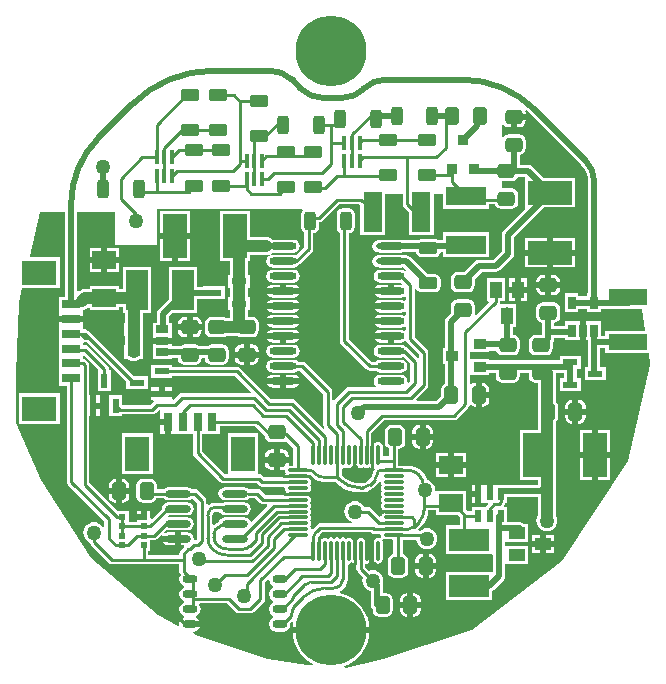
<source format=gbl>
%FSLAX25Y25*%
%MOIN*%
G70*
G01*
G75*
G04 Layer_Physical_Order=2*
G04 Layer_Color=16711680*
%ADD10C,0.01000*%
%ADD11C,0.04000*%
%ADD12C,0.02000*%
%ADD13R,0.08661X0.03937*%
%ADD14R,0.08661X0.12992*%
G04:AMPARAMS|DCode=15|XSize=62.99mil|YSize=39.37mil|CornerRadius=9.84mil|HoleSize=0mil|Usage=FLASHONLY|Rotation=0.000|XOffset=0mil|YOffset=0mil|HoleType=Round|Shape=RoundedRectangle|*
%AMROUNDEDRECTD15*
21,1,0.06299,0.01969,0,0,0.0*
21,1,0.04331,0.03937,0,0,0.0*
1,1,0.01969,0.02165,-0.00984*
1,1,0.01969,-0.02165,-0.00984*
1,1,0.01969,-0.02165,0.00984*
1,1,0.01969,0.02165,0.00984*
%
%ADD15ROUNDEDRECTD15*%
G04:AMPARAMS|DCode=16|XSize=62.99mil|YSize=39.37mil|CornerRadius=9.84mil|HoleSize=0mil|Usage=FLASHONLY|Rotation=90.000|XOffset=0mil|YOffset=0mil|HoleType=Round|Shape=RoundedRectangle|*
%AMROUNDEDRECTD16*
21,1,0.06299,0.01969,0,0,90.0*
21,1,0.04331,0.03937,0,0,90.0*
1,1,0.01969,0.00984,0.02165*
1,1,0.01969,0.00984,-0.02165*
1,1,0.01969,-0.00984,-0.02165*
1,1,0.01969,-0.00984,0.02165*
%
%ADD16ROUNDEDRECTD16*%
%ADD17R,0.01378X0.04921*%
G04:AMPARAMS|DCode=18|XSize=47.24mil|YSize=59.06mil|CornerRadius=11.81mil|HoleSize=0mil|Usage=FLASHONLY|Rotation=0.000|XOffset=0mil|YOffset=0mil|HoleType=Round|Shape=RoundedRectangle|*
%AMROUNDEDRECTD18*
21,1,0.04724,0.03543,0,0,0.0*
21,1,0.02362,0.05906,0,0,0.0*
1,1,0.02362,0.01181,-0.01772*
1,1,0.02362,-0.01181,-0.01772*
1,1,0.02362,-0.01181,0.01772*
1,1,0.02362,0.01181,0.01772*
%
%ADD18ROUNDEDRECTD18*%
G04:AMPARAMS|DCode=19|XSize=47.24mil|YSize=59.06mil|CornerRadius=11.81mil|HoleSize=0mil|Usage=FLASHONLY|Rotation=270.000|XOffset=0mil|YOffset=0mil|HoleType=Round|Shape=RoundedRectangle|*
%AMROUNDEDRECTD19*
21,1,0.04724,0.03543,0,0,270.0*
21,1,0.02362,0.05906,0,0,270.0*
1,1,0.02362,-0.01772,-0.01181*
1,1,0.02362,-0.01772,0.01181*
1,1,0.02362,0.01772,0.01181*
1,1,0.02362,0.01772,-0.01181*
%
%ADD19ROUNDEDRECTD19*%
%ADD20O,0.06890X0.01772*%
%ADD21R,0.02362X0.01969*%
%ADD22R,0.04921X0.01378*%
%ADD23R,0.13780X0.04724*%
%ADD24R,0.04331X0.02559*%
%ADD25R,0.03937X0.08661*%
%ADD26R,0.12992X0.08661*%
%ADD27R,0.10236X0.06102*%
%ADD28R,0.04724X0.13780*%
%ADD29R,0.03937X0.01969*%
%ADD30C,0.11811*%
%ADD31C,0.00800*%
%ADD32C,0.23622*%
%ADD33C,0.05000*%
%ADD34R,0.05906X0.03150*%
%ADD35R,0.11811X0.08268*%
%ADD36R,0.07874X0.14764*%
%ADD37R,0.05118X0.02362*%
%ADD38R,0.12992X0.05512*%
%ADD39R,0.02559X0.04331*%
%ADD40R,0.07874X0.05906*%
%ADD41O,0.05000X0.02992*%
%ADD42R,0.03543X0.03740*%
%ADD43R,0.03543X0.03740*%
%ADD44O,0.07087X0.01181*%
%ADD45O,0.01181X0.07087*%
%ADD46O,0.08661X0.02362*%
%ADD47R,0.07480X0.13386*%
%ADD48R,0.13386X0.07480*%
%ADD49R,0.08268X0.11811*%
%ADD50R,0.03150X0.05906*%
%ADD51R,0.05512X0.03937*%
%ADD52R,0.03937X0.03347*%
%ADD53R,0.03937X0.05512*%
%ADD54R,0.01969X0.03937*%
%ADD55R,0.06299X0.13386*%
%ADD56R,0.13386X0.06299*%
%ADD57R,0.02362X0.05118*%
%ADD58O,0.09055X0.02362*%
%ADD59R,0.14764X0.07874*%
G36*
X350005Y203213D02*
X350174Y202362D01*
X350656Y201640D01*
X351377Y201158D01*
X352228Y200989D01*
X352974D01*
Y193396D01*
X352926Y193154D01*
Y189610D01*
X352974Y189367D01*
Y185382D01*
X347063D01*
Y168618D01*
X352974D01*
Y167039D01*
X341000D01*
X340803Y167000D01*
X337882D01*
Y164032D01*
X335882D01*
Y167000D01*
X334142D01*
Y164032D01*
Y161063D01*
X336247D01*
X336438Y160601D01*
X335800Y159963D01*
X335504Y159519D01*
X331157D01*
Y158080D01*
X329583D01*
X329581Y158081D01*
X328937Y158726D01*
Y164953D01*
X319063D01*
X319063Y164953D01*
Y164953D01*
X319015Y164959D01*
X318830Y165200D01*
X318710Y166114D01*
X318357Y166965D01*
X317796Y167696D01*
X317065Y168257D01*
X316214Y168610D01*
X316063Y168630D01*
X315952Y168994D01*
X315242Y170323D01*
X314287Y171487D01*
X314282Y171483D01*
X313312Y172279D01*
X312206Y172870D01*
X311004Y173235D01*
X309755Y173358D01*
Y173356D01*
X306474D01*
Y175000D01*
X306474Y175000D01*
X306474Y175000D01*
Y175000D01*
Y179005D01*
X306575D01*
X307426Y179174D01*
X308147Y179656D01*
X308629Y180377D01*
X308799Y181228D01*
Y184772D01*
X308629Y185623D01*
X308147Y186344D01*
X307426Y186826D01*
X306575Y186995D01*
X304213D01*
X303362Y186826D01*
X302640Y186344D01*
X302158Y185623D01*
X301989Y184772D01*
Y181228D01*
X302158Y180377D01*
X302640Y179656D01*
X303362Y179174D01*
X303415Y179163D01*
Y176474D01*
X301232D01*
Y179898D01*
X301125Y180435D01*
X300820Y180891D01*
X300364Y181196D01*
X299827Y181303D01*
X299289Y181196D01*
X298843Y180897D01*
X298396Y181196D01*
X297858Y181303D01*
X297806Y181292D01*
X297419Y181609D01*
Y184256D01*
X301634Y188471D01*
X325000D01*
X325585Y188587D01*
X326081Y188919D01*
X326081Y188919D01*
X326081Y188919D01*
X329825Y192663D01*
X330157Y193159D01*
X330204Y193393D01*
X330285Y193447D01*
X330670Y193607D01*
X331318Y193174D01*
X332169Y193005D01*
X332350D01*
Y197000D01*
Y200995D01*
X332169D01*
X331318Y200826D01*
X330714Y200423D01*
X330274Y200658D01*
Y203587D01*
X330756D01*
Y203587D01*
X336693D01*
Y204355D01*
X339004D01*
Y203213D01*
X339174Y202362D01*
X339656Y201640D01*
X340377Y201158D01*
X341228Y200989D01*
X344772D01*
X345623Y201158D01*
X346344Y201640D01*
X346826Y202362D01*
X346995Y203213D01*
Y204355D01*
X350005D01*
Y203213D01*
D02*
G37*
G36*
X277919Y169419D02*
X277909Y169409D01*
X278936Y168622D01*
X280131Y168126D01*
X281414Y167958D01*
Y167971D01*
X285414D01*
X285537Y167848D01*
X285537Y167848D01*
X285532Y167843D01*
X286909Y166667D01*
X288452Y165722D01*
X290125Y165029D01*
X291885Y164606D01*
X293689Y164464D01*
Y164471D01*
X294686D01*
Y164460D01*
X295906Y164620D01*
X297042Y165091D01*
X298018Y165840D01*
X298010Y165848D01*
X299774Y167611D01*
X299774Y167611D01*
X299777Y167608D01*
X300072Y167992D01*
X300587Y167890D01*
X300694Y167352D01*
X300992Y166905D01*
X300694Y166459D01*
X300587Y165921D01*
X300694Y165384D01*
X300992Y164937D01*
X300694Y164490D01*
X300587Y163953D01*
X300694Y163415D01*
X300992Y162969D01*
X300694Y162522D01*
X300587Y161984D01*
X300694Y161447D01*
X300992Y161000D01*
X300694Y160553D01*
X300587Y160016D01*
X300694Y159478D01*
X300992Y159031D01*
X300992Y159031D01*
X300998Y159022D01*
X301454Y158718D01*
X301992Y158611D01*
X304945D01*
Y157608D01*
X304360Y157492D01*
X304347Y157484D01*
X301992D01*
X301454Y157377D01*
X300998Y157072D01*
X300992Y157063D01*
X300992Y157063D01*
X300694Y156616D01*
X300657Y156430D01*
X300179Y156284D01*
X297381Y159081D01*
X296885Y159413D01*
X296300Y159529D01*
X295155D01*
X295057Y159765D01*
X294496Y160496D01*
X293765Y161057D01*
X292914Y161410D01*
X292000Y161530D01*
X291086Y161410D01*
X290235Y161057D01*
X289504Y160496D01*
X288943Y159765D01*
X288590Y158914D01*
X288470Y158000D01*
X288590Y157086D01*
X288943Y156235D01*
X289504Y155504D01*
X290235Y154943D01*
X291015Y154620D01*
X290917Y154129D01*
X280437D01*
X279852Y154013D01*
X279356Y153681D01*
X278245Y152571D01*
X278233Y152584D01*
X277881Y152124D01*
X277394Y152238D01*
X277306Y152679D01*
X277008Y153126D01*
X277306Y153573D01*
X277413Y154110D01*
X277306Y154648D01*
X277008Y155095D01*
X277306Y155541D01*
X277413Y156079D01*
X277306Y156616D01*
X277008Y157063D01*
X277306Y157510D01*
X277413Y158047D01*
X277306Y158585D01*
X277008Y159031D01*
X277306Y159478D01*
X277413Y160016D01*
X277306Y160553D01*
X277008Y161000D01*
X277306Y161447D01*
X277413Y161984D01*
X277306Y162522D01*
X277008Y162969D01*
X277008Y162969D01*
X277002Y162978D01*
X276546Y163282D01*
X276008Y163389D01*
X273676D01*
X273640Y163413D01*
X273055Y163530D01*
Y164516D01*
X276008D01*
X276546Y164623D01*
X277002Y164928D01*
X277008Y164937D01*
X277008Y164937D01*
X277306Y165384D01*
X277413Y165921D01*
X277306Y166459D01*
X277008Y166905D01*
X277306Y167352D01*
X277413Y167890D01*
X277306Y168427D01*
X277008Y168874D01*
X277306Y169321D01*
X277320Y169393D01*
X277799Y169538D01*
X277919Y169419D01*
D02*
G37*
G36*
X262028Y183310D02*
X262174Y182574D01*
X262656Y181853D01*
X263377Y181371D01*
X264228Y181201D01*
X267772D01*
X268623Y181371D01*
X269128Y181709D01*
X271526Y179311D01*
Y173232D01*
X270195D01*
X270073Y173380D01*
X269951Y173991D01*
X269995Y174213D01*
Y174394D01*
X267000D01*
Y171989D01*
X267772D01*
X267827Y172000D01*
X268697Y171827D01*
X268804Y171289D01*
X269103Y170843D01*
X268804Y170396D01*
X268697Y169858D01*
X268708Y169806D01*
X268391Y169419D01*
X261744D01*
X261081Y170081D01*
X260585Y170413D01*
X260000Y170529D01*
X259870D01*
Y184276D01*
X249602D01*
Y170529D01*
X248796D01*
X241108Y178218D01*
Y184047D01*
X247075D01*
Y186471D01*
X258867D01*
X262028Y183310D01*
D02*
G37*
G36*
X292392Y174945D02*
X292508Y174360D01*
X292516Y174347D01*
Y173992D01*
X292623Y173454D01*
X292928Y172998D01*
X292937Y172992D01*
X292937Y172993D01*
X293384Y172694D01*
X293921Y172587D01*
X294459Y172694D01*
X294905Y172993D01*
X295352Y172694D01*
X295890Y172587D01*
X296427Y172694D01*
X296874Y172993D01*
X297321Y172694D01*
X297858Y172587D01*
X298286Y172672D01*
X298550Y172248D01*
X298273Y171887D01*
X297976Y171170D01*
X297882Y170459D01*
X297871Y170400D01*
X297867D01*
X297800Y170063D01*
X297609Y169777D01*
X297611Y169774D01*
X297611Y169774D01*
X295848Y168010D01*
X295832Y167987D01*
X295319Y167644D01*
X294714Y167524D01*
X294686Y167529D01*
X293689D01*
X293621Y167516D01*
X292033Y167672D01*
X290440Y168155D01*
X288972Y168940D01*
X287738Y169952D01*
X287700Y170010D01*
X287577Y170133D01*
Y172280D01*
X287963Y172598D01*
X288016Y172587D01*
X288553Y172694D01*
X289000Y172993D01*
X289447Y172694D01*
X289984Y172587D01*
X290522Y172694D01*
X290968Y172993D01*
X290969Y172992D01*
X290978Y172998D01*
X291282Y173454D01*
X291389Y173992D01*
Y176945D01*
X292392D01*
Y174945D01*
D02*
G37*
G36*
X350494Y290654D02*
X350558Y290559D01*
X350558Y290559D01*
X350558Y290559D01*
X350558Y290558D01*
X359095Y282022D01*
X359095Y282021D01*
X359095Y282021D01*
X367369Y273747D01*
X367448Y273694D01*
X368382Y272556D01*
X369121Y271175D01*
X369575Y269676D01*
X369720Y268211D01*
X369701Y268118D01*
Y230890D01*
X369461D01*
Y229764D01*
X366539D01*
Y230890D01*
X361980D01*
Y224559D01*
X366539D01*
Y225685D01*
X369461D01*
Y224559D01*
X374020D01*
Y225685D01*
X383244D01*
X383441Y225724D01*
X387691D01*
X388752Y218654D01*
X388426Y218276D01*
X375504D01*
Y216559D01*
X374020D01*
Y221441D01*
X369000D01*
Y218276D01*
Y215110D01*
X369701D01*
Y214000D01*
X369701Y214000D01*
X369701D01*
Y206181D01*
X368575D01*
Y201819D01*
X375693D01*
Y206181D01*
X373779D01*
Y212480D01*
X375504D01*
Y210764D01*
X389935D01*
X390500Y207000D01*
X383000Y175000D01*
X361000Y141500D01*
X331000Y118500D01*
X301500Y109000D01*
X289000Y106000D01*
X288581D01*
X288483Y106490D01*
X289834Y107050D01*
X291553Y108104D01*
X293087Y109413D01*
X294396Y110947D01*
X295450Y112666D01*
X296222Y114529D01*
X296692Y116490D01*
X296772Y117500D01*
X271228D01*
X271308Y116490D01*
X271778Y114529D01*
X272550Y112666D01*
X273604Y110947D01*
X274913Y109413D01*
X276447Y108104D01*
X277878Y107226D01*
X277709Y106756D01*
X276000Y107000D01*
X263000Y109000D01*
X239000Y117000D01*
X238057Y117472D01*
X238123Y117967D01*
X239037Y118149D01*
X239863Y118700D01*
X240397Y119500D01*
X237059D01*
Y121500D01*
X240397D01*
X239863Y122300D01*
X239188Y122750D01*
Y123250D01*
X239863Y123700D01*
X240414Y124526D01*
X240608Y125500D01*
X240414Y126474D01*
X240043Y127030D01*
X240279Y127471D01*
X249267D01*
X252219Y124519D01*
X252715Y124187D01*
X253300Y124071D01*
X257200D01*
X257785Y124187D01*
X258281Y124519D01*
X261581Y127819D01*
X261913Y128315D01*
X261932Y128412D01*
X262029Y128900D01*
Y134467D01*
X262962Y135399D01*
X263441Y135254D01*
X263586Y134526D01*
X264137Y133700D01*
X264812Y133250D01*
Y132750D01*
X264137Y132300D01*
X263586Y131474D01*
X263392Y130500D01*
X263586Y129526D01*
X264137Y128700D01*
X264812Y128250D01*
Y127750D01*
X264137Y127300D01*
X263586Y126474D01*
X263392Y125500D01*
X263586Y124526D01*
X264137Y123700D01*
X264812Y123250D01*
Y122750D01*
X264137Y122300D01*
X263586Y121474D01*
X263392Y120500D01*
X263586Y119526D01*
X264137Y118700D01*
X264963Y118149D01*
X265937Y117955D01*
X267945D01*
X268919Y118149D01*
X269744Y118700D01*
X270296Y119526D01*
X270490Y120500D01*
X270436Y120773D01*
X271015Y121352D01*
X271451Y121107D01*
X271308Y120510D01*
X271228Y119500D01*
X296772D01*
X296692Y120510D01*
X296222Y122471D01*
X295450Y124334D01*
X294396Y126053D01*
X293087Y127587D01*
X291553Y128896D01*
X289834Y129950D01*
X287971Y130722D01*
X286935Y130971D01*
X286895Y131469D01*
X287264Y131622D01*
X288291Y132409D01*
X288287Y132413D01*
X288974Y133308D01*
X289405Y134351D01*
X289553Y135469D01*
X289545D01*
Y140391D01*
X289932Y140708D01*
X289984Y140697D01*
X290522Y140804D01*
X290968Y141103D01*
X291415Y140804D01*
X291953Y140697D01*
X292084Y140724D01*
X292471Y140406D01*
Y139000D01*
X292587Y138415D01*
X292919Y137919D01*
X294688Y136149D01*
X294590Y135914D01*
X294470Y135000D01*
X294590Y134086D01*
X294943Y133235D01*
X295504Y132504D01*
X296235Y131943D01*
X297086Y131590D01*
X297355Y131555D01*
Y127000D01*
X297510Y126220D01*
X297889Y125652D01*
Y125128D01*
X298058Y124277D01*
X298540Y123556D01*
X299262Y123074D01*
X300113Y122905D01*
X302475D01*
X303326Y123074D01*
X304047Y123556D01*
X304529Y124277D01*
X304699Y125128D01*
Y128672D01*
X304529Y129523D01*
X304047Y130244D01*
X303326Y130726D01*
X302475Y130895D01*
X301433D01*
Y133606D01*
X301361Y133968D01*
X301410Y134086D01*
X301530Y135000D01*
X301410Y135914D01*
X301057Y136765D01*
X300496Y137496D01*
X299765Y138057D01*
X298914Y138410D01*
X298000Y138530D01*
X297086Y138410D01*
X296851Y138312D01*
X295529Y139634D01*
Y140402D01*
X295890Y140697D01*
X296427Y140804D01*
X296858Y141092D01*
Y145055D01*
X295326D01*
Y148008D01*
X295219Y148546D01*
X294915Y149002D01*
X294906Y149008D01*
X294905Y149007D01*
X294459Y149306D01*
X293921Y149413D01*
X293384Y149306D01*
X292937Y149007D01*
X292937Y149008D01*
X292928Y149002D01*
X292623Y148546D01*
X292516Y148008D01*
Y145055D01*
X291389D01*
Y148008D01*
X291282Y148546D01*
X290978Y149002D01*
X290969Y149008D01*
X290968Y149007D01*
X290522Y149306D01*
X289984Y149413D01*
X289447Y149306D01*
X289000Y149007D01*
X288553Y149306D01*
X288016Y149413D01*
X287478Y149306D01*
X287032Y149007D01*
X286585Y149306D01*
X286047Y149413D01*
X285510Y149306D01*
X285063Y149007D01*
X284616Y149306D01*
X284079Y149413D01*
X283541Y149306D01*
X283095Y149007D01*
X282648Y149306D01*
X282110Y149413D01*
X281573Y149306D01*
X281126Y149007D01*
X280679Y149306D01*
X280204Y149400D01*
X280089Y149678D01*
X280043Y149908D01*
X280352Y150371D01*
X280408Y150408D01*
X281071Y151071D01*
X297366D01*
X297377Y151060D01*
X297873Y150729D01*
X298458Y150612D01*
X300280D01*
X300598Y150226D01*
X300587Y150173D01*
X300688Y149665D01*
X300335Y149312D01*
X299827Y149413D01*
X299289Y149306D01*
X298843Y149007D01*
X298842Y149008D01*
X298833Y149002D01*
X298529Y148546D01*
X298422Y148008D01*
Y145055D01*
Y142102D01*
X298529Y141565D01*
X298833Y141109D01*
X298842Y141103D01*
X298843Y141103D01*
X299289Y140804D01*
X299827Y140697D01*
X300364Y140804D01*
X300820Y141109D01*
X301125Y141565D01*
X301232Y142102D01*
Y148008D01*
X301131Y148516D01*
X301484Y148869D01*
X301992Y148768D01*
X304348D01*
X304360Y148760D01*
X304864Y148660D01*
Y143926D01*
X304362Y143826D01*
X303640Y143344D01*
X303158Y142623D01*
X302989Y141772D01*
Y138228D01*
X303158Y137377D01*
X303640Y136656D01*
X304362Y136174D01*
X305213Y136004D01*
X307575D01*
X308426Y136174D01*
X309147Y136656D01*
X309629Y137377D01*
X309799Y138228D01*
Y141772D01*
X309629Y142623D01*
X309147Y143344D01*
X308426Y143826D01*
X307923Y143926D01*
Y148644D01*
X312517D01*
X312590Y148086D01*
X312943Y147235D01*
X313504Y146504D01*
X314235Y145943D01*
X315086Y145590D01*
X316000Y145470D01*
X316914Y145590D01*
X317765Y145943D01*
X318496Y146504D01*
X319057Y147235D01*
X319410Y148086D01*
X319530Y149000D01*
X319410Y149914D01*
X319057Y150765D01*
X318496Y151496D01*
X317765Y152057D01*
X316914Y152410D01*
X316000Y152530D01*
X315086Y152410D01*
X314235Y152057D01*
X313739Y151676D01*
X313260Y151822D01*
X313168Y152094D01*
Y152205D01*
X314455Y153492D01*
X314455Y153492D01*
X314458Y153489D01*
X315340Y154563D01*
X315995Y155788D01*
X316398Y157117D01*
X316531Y158471D01*
X319063D01*
Y157047D01*
X326290D01*
X326971Y156367D01*
Y153417D01*
X322307D01*
Y143937D01*
X337693D01*
Y143937D01*
X337729D01*
X338083Y143583D01*
Y138063D01*
X337693D01*
Y138063D01*
X322307D01*
Y128583D01*
X337693D01*
Y131499D01*
X338265Y131881D01*
X341564Y135180D01*
X342006Y135842D01*
X342161Y136622D01*
Y140532D01*
X342161D01*
X342244D01*
X342515Y140532D01*
X342515Y140532D01*
Y140532D01*
X349756D01*
Y146468D01*
X342515D01*
X342515Y146468D01*
Y146468D01*
X342244Y146468D01*
X342161Y146551D01*
Y148012D01*
X342244D01*
Y148012D01*
X349756D01*
Y153949D01*
X348402D01*
X347780Y154364D01*
X347000Y154519D01*
X342606D01*
Y159519D01*
X341836D01*
X341644Y159981D01*
X341704Y160041D01*
X342035Y160537D01*
X342055Y160634D01*
X342140Y161063D01*
X342606D01*
Y162961D01*
X352974D01*
Y156806D01*
X352943Y156765D01*
X352590Y155914D01*
X352470Y155000D01*
X352590Y154086D01*
X352943Y153235D01*
X353504Y152504D01*
X354235Y151943D01*
X355086Y151590D01*
X356000Y151470D01*
X356914Y151590D01*
X357765Y151943D01*
X358496Y152504D01*
X359057Y153235D01*
X359410Y154086D01*
X359530Y155000D01*
X359410Y155914D01*
X359057Y156765D01*
X359026Y156806D01*
Y167000D01*
Y187999D01*
X359084Y188038D01*
X359566Y188759D01*
X359736Y189610D01*
Y193154D01*
X359566Y194005D01*
X359084Y194726D01*
X359026Y194765D01*
Y204355D01*
X361827D01*
Y202441D01*
X360307D01*
Y198079D01*
X367425D01*
Y202441D01*
X365905D01*
Y205559D01*
X367425D01*
Y209921D01*
X360307D01*
Y208433D01*
X336693D01*
Y208933D01*
X330756D01*
Y208933D01*
X330627D01*
X330274Y209287D01*
Y211067D01*
X330756D01*
Y211067D01*
X336693D01*
Y211701D01*
X339149D01*
X339174Y211574D01*
X339656Y210853D01*
X340377Y210371D01*
X341228Y210201D01*
X344772D01*
X345623Y210371D01*
X346344Y210853D01*
X346826Y211574D01*
X346995Y212425D01*
Y213520D01*
X347039Y213740D01*
X346995Y213960D01*
Y214787D01*
X346826Y215638D01*
X346344Y216360D01*
X345623Y216842D01*
X344779Y217010D01*
Y219583D01*
X345709D01*
Y227095D01*
X343712D01*
X343520Y227222D01*
X342740Y227378D01*
X341960Y227222D01*
X341768Y227095D01*
X340743D01*
X340426Y227481D01*
X340529Y228000D01*
Y228244D01*
X341968D01*
Y235756D01*
X336032D01*
Y228244D01*
X336428D01*
X336619Y227782D01*
X332343Y223506D01*
X331902Y223741D01*
X331996Y224213D01*
Y226575D01*
X331826Y227426D01*
X331344Y228147D01*
X330623Y228629D01*
X329772Y228799D01*
X326228D01*
X325377Y228629D01*
X324656Y228147D01*
X324174Y227426D01*
X324005Y226575D01*
Y224282D01*
X322558Y222836D01*
X322116Y222174D01*
X321961Y221394D01*
Y212673D01*
X321307D01*
Y207327D01*
X321961D01*
Y200729D01*
X321384Y200344D01*
X320902Y199623D01*
X320733Y198772D01*
Y196617D01*
X319155Y195039D01*
X312692D01*
X312501Y195501D01*
X316081Y199081D01*
X316413Y199578D01*
X316529Y200163D01*
Y211000D01*
X316413Y211585D01*
X316081Y212081D01*
X312029Y216133D01*
Y232127D01*
X312508Y232273D01*
X312904Y231680D01*
X313560Y231241D01*
X314335Y231087D01*
X318665D01*
X319440Y231241D01*
X320096Y231680D01*
X320534Y232336D01*
X320689Y233110D01*
Y235079D01*
X320534Y235853D01*
X320096Y236509D01*
X319440Y236948D01*
X318665Y237102D01*
X316220D01*
X310380Y242942D01*
X309718Y243384D01*
X308938Y243539D01*
X308134D01*
X308111Y243555D01*
X307260Y243724D01*
X300567D01*
X299716Y243555D01*
X299599Y243477D01*
X299133Y243384D01*
X298471Y242942D01*
X298029Y242280D01*
X297874Y241500D01*
X298029Y240720D01*
X298471Y240058D01*
X299133Y239616D01*
X299599Y239523D01*
X299716Y239445D01*
X300567Y239276D01*
X307260D01*
X308109Y239445D01*
X308986Y238568D01*
X308669Y238182D01*
X308111Y238555D01*
X307260Y238724D01*
X300567D01*
X299716Y238555D01*
X298994Y238072D01*
X298512Y237351D01*
X298343Y236500D01*
X298512Y235649D01*
X298994Y234928D01*
X299716Y234445D01*
X300567Y234276D01*
X307260D01*
X307290Y234282D01*
X307588Y233880D01*
X307481Y233680D01*
X307260Y233724D01*
X304913D01*
Y231500D01*
X303913D01*
Y230500D01*
X298612D01*
X298994Y229927D01*
X299716Y229445D01*
X300567Y229276D01*
X307260D01*
X308111Y229445D01*
X308530Y229725D01*
X308971Y229490D01*
Y228510D01*
X308530Y228275D01*
X308111Y228555D01*
X307260Y228724D01*
X300567D01*
X299716Y228555D01*
X298994Y228073D01*
X298612Y227500D01*
X303913D01*
Y225500D01*
X298612D01*
X298994Y224927D01*
X299716Y224445D01*
X300567Y224276D01*
X307260D01*
X308111Y224445D01*
X308530Y224725D01*
X308971Y224490D01*
Y223510D01*
X308530Y223275D01*
X308111Y223555D01*
X307260Y223724D01*
X300567D01*
X299716Y223555D01*
X298994Y223073D01*
X298612Y222500D01*
X303913D01*
Y220500D01*
X298612D01*
X298994Y219928D01*
X299716Y219445D01*
X300567Y219276D01*
X307260D01*
X308111Y219445D01*
X308530Y219725D01*
X308971Y219490D01*
Y218510D01*
X308530Y218275D01*
X308111Y218555D01*
X307260Y218724D01*
X300567D01*
X299716Y218555D01*
X298994Y218073D01*
X298612Y217500D01*
X303913D01*
Y216500D01*
X304913D01*
Y214276D01*
X307260D01*
X308111Y214445D01*
X308832Y214928D01*
X308855Y214961D01*
X309087Y214915D01*
X309419Y214419D01*
X313471Y210367D01*
Y209346D01*
X313009Y209154D01*
X309581Y212581D01*
X309085Y212913D01*
X308916Y212947D01*
X308832Y213072D01*
X308111Y213555D01*
X307260Y213724D01*
X300567D01*
X299716Y213555D01*
X298994Y213072D01*
X298512Y212351D01*
X298343Y211500D01*
X298512Y210649D01*
X298994Y209928D01*
X299716Y209445D01*
X300567Y209276D01*
X307260D01*
X308111Y209445D01*
X308279Y209558D01*
X310471Y207366D01*
Y201634D01*
X309881Y201044D01*
X309440Y201279D01*
X309484Y201500D01*
X309314Y202351D01*
X308832Y203073D01*
X308111Y203555D01*
X307260Y203724D01*
X300567D01*
X299716Y203555D01*
X298994Y203073D01*
X298512Y202351D01*
X298343Y201500D01*
X298512Y200649D01*
X298966Y199970D01*
X298730Y199529D01*
X290000D01*
X289512Y199432D01*
X289415Y199413D01*
X288919Y199081D01*
X284991Y195154D01*
X284529Y195346D01*
Y198000D01*
X284413Y198585D01*
X284081Y199081D01*
X275581Y207581D01*
X275085Y207913D01*
X274500Y208029D01*
X273034D01*
X273006Y208072D01*
X272284Y208555D01*
X271433Y208724D01*
X264740D01*
X263889Y208555D01*
X263168Y208072D01*
X262686Y207351D01*
X262516Y206500D01*
X262686Y205649D01*
X263168Y204927D01*
X263889Y204446D01*
X264740Y204276D01*
X271433D01*
X272284Y204446D01*
X273006Y204927D01*
X273034Y204971D01*
X273867D01*
X281471Y197366D01*
Y187000D01*
X281587Y186415D01*
X281859Y186007D01*
X281473Y185690D01*
X272081Y195081D01*
X271585Y195413D01*
X271000Y195529D01*
X264134D01*
X253841Y205822D01*
X253345Y206153D01*
X252760Y206270D01*
X231193D01*
Y206921D01*
X224075D01*
Y202559D01*
X231193D01*
Y203211D01*
X252126D01*
X257346Y197991D01*
X257154Y197529D01*
X234500D01*
X234012Y197432D01*
X233915Y197413D01*
X233419Y197081D01*
X231655Y195318D01*
X231193Y195509D01*
Y196260D01*
X224075D01*
Y195079D01*
X224802D01*
X224947Y194600D01*
X224919Y194581D01*
X223867Y193529D01*
X214421D01*
Y196925D01*
X210059D01*
Y189807D01*
X214421D01*
Y190471D01*
X224500D01*
X225085Y190587D01*
X225581Y190919D01*
X225581Y190919D01*
X225581Y190919D01*
X226634Y191971D01*
X227161D01*
Y191953D01*
D01*
D01*
Y191953D01*
X227161D01*
Y189000D01*
X229736D01*
Y188000D01*
X230736D01*
Y184047D01*
X238049D01*
Y177584D01*
X238166Y176999D01*
X238497Y176503D01*
X247081Y167919D01*
X247578Y167587D01*
X248163Y167471D01*
X259366D01*
X260029Y166808D01*
X260029D01*
X260029Y166808D01*
X260029Y166808D01*
Y166808D01*
X260525Y166477D01*
X261110Y166360D01*
X268391D01*
X268708Y165974D01*
X268697Y165921D01*
X268804Y165384D01*
X269103Y164937D01*
X268804Y164490D01*
X268697Y163953D01*
X268705Y163916D01*
X268388Y163529D01*
X262134D01*
X260581Y165081D01*
X260085Y165413D01*
X259500Y165529D01*
X256647D01*
X256614Y165579D01*
X255892Y166061D01*
X255041Y166230D01*
X248742D01*
X247891Y166061D01*
X247169Y165579D01*
X246687Y164858D01*
X246518Y164006D01*
X246687Y163155D01*
X247169Y162434D01*
X247891Y161952D01*
X248742Y161783D01*
X255041D01*
X255892Y161952D01*
X256614Y162434D01*
X256638Y162471D01*
X258867D01*
X260419Y160919D01*
X260915Y160587D01*
X261500Y160471D01*
X262654D01*
X262846Y160009D01*
X257555Y154718D01*
X257096Y154858D01*
X256614Y155579D01*
X255892Y156061D01*
X255041Y156230D01*
X248742D01*
X247891Y156061D01*
X247169Y155579D01*
X246687Y154858D01*
X246646Y154648D01*
X245682Y154133D01*
X244981Y153558D01*
X244529Y153771D01*
Y156586D01*
X244521Y156626D01*
X244658Y157313D01*
X245047Y157896D01*
X245081Y157919D01*
X245087Y157913D01*
X245087Y157913D01*
X245087Y157913D01*
D01*
X245087Y157913D01*
X245207Y157963D01*
Y157963D01*
X245215Y157971D01*
X246811D01*
X247169Y157434D01*
X247891Y156952D01*
X248742Y156783D01*
X255041D01*
X255892Y156952D01*
X256614Y157434D01*
X257096Y158156D01*
X257265Y159007D01*
X257096Y159858D01*
X256614Y160579D01*
X255892Y161061D01*
X255041Y161230D01*
X248742D01*
X247891Y161061D01*
X247844Y161029D01*
X245207D01*
X245181Y161024D01*
X244370Y160917D01*
X243590Y160594D01*
X243230Y160319D01*
X242737Y160400D01*
X242529Y160711D01*
Y161663D01*
X242413Y162248D01*
X242081Y162744D01*
X239744Y165081D01*
X239248Y165413D01*
X238663Y165529D01*
X237749D01*
X237716Y165579D01*
X236995Y166061D01*
X236144Y166230D01*
X229844D01*
X228993Y166061D01*
X228272Y165579D01*
X228239Y165529D01*
X226011D01*
Y166772D01*
X225842Y167623D01*
X225360Y168344D01*
X224638Y168826D01*
X223787Y168995D01*
X221425D01*
X220574Y168826D01*
X219853Y168344D01*
X219371Y167623D01*
X219201Y166772D01*
Y163228D01*
X219371Y162377D01*
X219853Y161656D01*
X220574Y161174D01*
X221425Y161004D01*
X223787D01*
X224638Y161174D01*
X225360Y161656D01*
X225842Y162377D01*
X225861Y162471D01*
X228247D01*
X228272Y162434D01*
X228993Y161952D01*
X229844Y161783D01*
X236144D01*
X236995Y161952D01*
X237716Y162434D01*
X238770Y161730D01*
X239471Y161029D01*
Y148834D01*
X239099Y148462D01*
X238600Y148487D01*
X238330Y148816D01*
X238367Y149006D01*
X238198Y149858D01*
X237716Y150579D01*
X236995Y151061D01*
X236144Y151230D01*
X233994D01*
Y149006D01*
Y146783D01*
X234967D01*
X235158Y146321D01*
X233978Y145141D01*
X233646Y144644D01*
X233530Y144059D01*
Y143529D01*
X223122D01*
Y144798D01*
X223774D01*
Y147948D01*
Y148402D01*
X224932D01*
X225517Y148519D01*
X226013Y148850D01*
X227535Y150373D01*
X227922Y150055D01*
X227889Y150006D01*
X231994D01*
Y151230D01*
X229844D01*
X228993Y151061D01*
X228796Y150929D01*
X228478Y151315D01*
X229095Y151932D01*
X229844Y151783D01*
X236144D01*
X236995Y151952D01*
X237716Y152434D01*
X238198Y153156D01*
X238367Y154007D01*
X238198Y154858D01*
X237716Y155579D01*
X236995Y156061D01*
X236144Y156230D01*
X229844D01*
X229834Y156228D01*
X229767Y156354D01*
X230024Y156783D01*
X236144D01*
X236995Y156952D01*
X237716Y157434D01*
X238198Y158156D01*
X238367Y159007D01*
X238198Y159858D01*
X237716Y160579D01*
X236995Y161061D01*
X236144Y161230D01*
X229844D01*
X228993Y161061D01*
X228272Y160579D01*
X227790Y159858D01*
X227623Y159020D01*
X224235Y155632D01*
X223774Y155824D01*
Y158215D01*
X222592D01*
Y156231D01*
X221592D01*
Y155231D01*
X219411D01*
Y155066D01*
Y154611D01*
X216687D01*
Y158215D01*
X212948D01*
X203529Y167633D01*
Y189807D01*
X203760D01*
Y193366D01*
Y196925D01*
X203529D01*
Y206811D01*
X203413Y207397D01*
X203081Y207893D01*
X202448Y208526D01*
X201952Y208858D01*
X201398Y208968D01*
Y209786D01*
X201860Y209978D01*
X206414Y205423D01*
X206319Y205193D01*
X206319D01*
X206319Y205193D01*
Y198075D01*
X210681D01*
Y205193D01*
X210029D01*
Y205500D01*
X209913Y206085D01*
X209581Y206581D01*
X203081Y213081D01*
X202585Y213413D01*
X202000Y213529D01*
X201398D01*
Y214196D01*
X201784Y214513D01*
X202000Y214471D01*
X202733D01*
X215807Y201396D01*
Y198819D01*
X222925D01*
Y203181D01*
X218348D01*
X204448Y217081D01*
X203160Y218369D01*
X202664Y218700D01*
X202079Y218817D01*
X201398D01*
Y219634D01*
Y221209D01*
X193492D01*
Y219634D01*
Y214713D01*
Y209791D01*
Y204870D01*
Y199949D01*
X195915D01*
Y168055D01*
X195915Y168055D01*
X195915D01*
X196032Y167470D01*
X196363Y166974D01*
X208471Y154867D01*
Y153004D01*
X207997Y152843D01*
X207496Y153496D01*
X206765Y154057D01*
X205914Y154410D01*
X205000Y154530D01*
X204086Y154410D01*
X203235Y154057D01*
X202504Y153496D01*
X201943Y152765D01*
X201590Y151914D01*
X201470Y151000D01*
X201590Y150086D01*
X201943Y149235D01*
X202504Y148504D01*
X203235Y147943D01*
X203504Y147831D01*
X203587Y147415D01*
X203919Y146919D01*
X209919Y140919D01*
X210415Y140587D01*
X211000Y140471D01*
X233530D01*
Y138000D01*
X233646Y137415D01*
X233978Y136919D01*
X233992Y136905D01*
X233704Y136474D01*
X233510Y135500D01*
X233704Y134526D01*
X234256Y133700D01*
X234930Y133250D01*
Y132750D01*
X234256Y132300D01*
X233704Y131474D01*
X233510Y130500D01*
X233704Y129526D01*
X234256Y128700D01*
X234930Y128250D01*
Y127750D01*
X234256Y127300D01*
X233704Y126474D01*
X233510Y125500D01*
X233704Y124526D01*
X234256Y123700D01*
X234930Y123250D01*
Y122750D01*
X234256Y122300D01*
X233704Y121474D01*
X233510Y120500D01*
X233566Y120219D01*
X233169Y119916D01*
X233000Y120000D01*
X226500Y123500D01*
X204000Y142500D01*
X187500Y168500D01*
X179000Y187500D01*
Y204000D01*
X180000Y227500D01*
X181154Y232528D01*
X193720D01*
Y242795D01*
X183912D01*
X183600Y243186D01*
X187000Y258000D01*
X195406D01*
Y229705D01*
X193492D01*
Y224555D01*
Y223209D01*
X201398D01*
Y224555D01*
Y225140D01*
X201683Y225177D01*
X202413Y225480D01*
X203040Y225960D01*
X203101Y226022D01*
X203563Y225830D01*
Y225347D01*
X213437D01*
Y226274D01*
X214583D01*
Y224307D01*
X215250D01*
Y221020D01*
X215110D01*
Y216461D01*
X215250D01*
Y213539D01*
X215110D01*
Y208980D01*
X216318D01*
X216763Y208639D01*
X217492Y208337D01*
X218276Y208234D01*
X219059Y208337D01*
X219789Y208639D01*
X220233Y208980D01*
X221441D01*
Y213539D01*
X221302D01*
Y216461D01*
X221441D01*
Y221020D01*
X221302D01*
Y224307D01*
X224063D01*
Y239693D01*
X214583D01*
Y232326D01*
X213437D01*
Y233253D01*
X203563D01*
Y232326D01*
X202100D01*
X202100Y232326D01*
X201317Y232223D01*
X200587Y231921D01*
X200233Y231648D01*
X199960Y231440D01*
X199960Y231440D01*
X199946Y231425D01*
X199484Y231617D01*
Y258000D01*
X212000D01*
Y247000D01*
X226000D01*
Y259000D01*
X274419D01*
X274655Y258559D01*
X274241Y257940D01*
X274087Y257165D01*
Y252835D01*
X274241Y252060D01*
X274680Y251404D01*
X275095Y251127D01*
Y246257D01*
X272349Y243512D01*
X272284Y243555D01*
X271433Y243724D01*
X264740D01*
X264119Y243600D01*
X263912Y244056D01*
X264311Y244362D01*
X264740Y244276D01*
X271433D01*
X272284Y244445D01*
X273006Y244928D01*
X273488Y245649D01*
X273657Y246500D01*
X273488Y247351D01*
X273006Y248073D01*
X272284Y248555D01*
X271433Y248724D01*
X264740D01*
X264490Y248674D01*
X264440Y248740D01*
X263813Y249220D01*
X263083Y249523D01*
X262300Y249626D01*
X256937D01*
Y258382D01*
X247063D01*
Y241618D01*
X250308D01*
Y236921D01*
X249775D01*
Y232559D01*
X250308D01*
Y229441D01*
X249775D01*
Y225079D01*
X250308D01*
Y222632D01*
X248937D01*
X248623Y222842D01*
X247772Y223011D01*
X244228D01*
X243377Y222842D01*
X242656Y222360D01*
X242174Y221638D01*
X242004Y220787D01*
Y218425D01*
X242174Y217574D01*
X242656Y216853D01*
X243377Y216371D01*
X244228Y216201D01*
X247772D01*
X248623Y216371D01*
X248937Y216580D01*
X253063D01*
X253377Y216371D01*
X254228Y216201D01*
X257772D01*
X258623Y216371D01*
X259344Y216853D01*
X259826Y217574D01*
X259996Y218425D01*
Y220787D01*
X259826Y221638D01*
X259344Y222360D01*
X258623Y222842D01*
X257772Y223011D01*
X256360D01*
Y225079D01*
X256893D01*
Y229441D01*
X256360D01*
Y232559D01*
X256893D01*
Y236921D01*
X256360D01*
Y241618D01*
X256937D01*
Y243574D01*
X262300D01*
X263083Y243677D01*
X263330Y243780D01*
X263566Y243339D01*
X263168Y243073D01*
X262686Y242351D01*
X262516Y241500D01*
X262686Y240649D01*
X263168Y239928D01*
X263889Y239445D01*
X264740Y239276D01*
X271433D01*
X272284Y239445D01*
X273006Y239928D01*
X273134Y240120D01*
X273581Y240419D01*
X277705Y244542D01*
X278037Y245039D01*
X278153Y245624D01*
Y250826D01*
X278853Y250965D01*
X279509Y251404D01*
X279948Y252060D01*
X280102Y252835D01*
Y254471D01*
X280163D01*
X280748Y254587D01*
X281244Y254919D01*
X286796Y260471D01*
X293367D01*
X293779Y260058D01*
Y250307D01*
X302079D01*
Y264000D01*
X307971D01*
Y260571D01*
X307971Y260571D01*
X307971D01*
X308087Y259986D01*
X308419Y259489D01*
X309921Y257987D01*
Y250307D01*
X318220D01*
Y264000D01*
X321307D01*
Y258921D01*
X336693D01*
Y260471D01*
X338652D01*
X338674Y260362D01*
X339156Y259640D01*
X339877Y259158D01*
X340728Y258989D01*
X344272D01*
X345123Y259158D01*
X345844Y259640D01*
X346326Y260362D01*
X346496Y261213D01*
Y263575D01*
X346326Y264426D01*
X345844Y265147D01*
X345123Y265629D01*
X344272Y265799D01*
X341000D01*
Y268201D01*
X344272D01*
X345123Y268371D01*
X345844Y268853D01*
X346322Y269567D01*
X348623D01*
Y269331D01*
X348623D01*
Y259457D01*
X348623Y259457D01*
X348623D01*
X348787Y259060D01*
X341558Y251831D01*
X341116Y251169D01*
X340961Y250389D01*
Y244845D01*
X338155Y242039D01*
X333394D01*
X332613Y241884D01*
X331952Y241442D01*
X328521Y238011D01*
X326228D01*
X325377Y237842D01*
X324656Y237360D01*
X324174Y236638D01*
X324005Y235787D01*
Y233425D01*
X324174Y232574D01*
X324656Y231853D01*
X325377Y231371D01*
X326228Y231201D01*
X329772D01*
X330623Y231371D01*
X331344Y231853D01*
X331826Y232574D01*
X331996Y233425D01*
Y235718D01*
X334238Y237961D01*
X339000D01*
X339780Y238116D01*
X340442Y238558D01*
X344442Y242558D01*
X344884Y243220D01*
X345039Y244000D01*
Y249545D01*
X354951Y259457D01*
X365386D01*
Y269331D01*
X354951D01*
X351234Y273048D01*
X350572Y273490D01*
X349792Y273645D01*
X347039D01*
Y277042D01*
X347623Y277158D01*
X348344Y277640D01*
X348826Y278362D01*
X348995Y279213D01*
Y281575D01*
X348826Y282426D01*
X348344Y283147D01*
X347623Y283629D01*
X346772Y283799D01*
X343228D01*
X342377Y283629D01*
X341656Y283147D01*
X341478Y282882D01*
X341000Y283027D01*
Y286973D01*
X341478Y287118D01*
X341656Y286853D01*
X342377Y286371D01*
X343228Y286201D01*
X344000D01*
Y289606D01*
X345000D01*
Y290606D01*
X348995D01*
Y290787D01*
X348854Y291500D01*
X349289Y291746D01*
X350494Y290654D01*
D02*
G37*
%LPC*%
G36*
X318011Y182000D02*
X315606D01*
Y179005D01*
X315787D01*
X316638Y179174D01*
X317360Y179656D01*
X317842Y180377D01*
X318011Y181228D01*
Y182000D01*
D02*
G37*
G36*
X313606D02*
X311201D01*
Y181228D01*
X311371Y180377D01*
X311853Y179656D01*
X312574Y179174D01*
X313425Y179005D01*
X313606D01*
Y182000D01*
D02*
G37*
G36*
X315787Y186995D02*
X315606D01*
Y184000D01*
X318011D01*
Y184772D01*
X317842Y185623D01*
X317360Y186344D01*
X316638Y186826D01*
X315787Y186995D01*
D02*
G37*
G36*
X313606D02*
X313425D01*
X312574Y186826D01*
X311853Y186344D01*
X311371Y185623D01*
X311201Y184772D01*
Y184000D01*
X313606D01*
Y186995D01*
D02*
G37*
G36*
X376937Y185382D02*
X373000D01*
Y178000D01*
X376937D01*
Y185382D01*
D02*
G37*
G36*
X328937Y177453D02*
X325000D01*
Y174500D01*
X328937D01*
Y177453D01*
D02*
G37*
G36*
X323000D02*
X319063D01*
Y174500D01*
X323000D01*
Y177453D01*
D02*
G37*
G36*
X265000Y178799D02*
X264228D01*
X263377Y178629D01*
X262656Y178147D01*
X262174Y177426D01*
X262004Y176575D01*
Y176394D01*
X265000D01*
Y178799D01*
D02*
G37*
G36*
X371000Y185382D02*
X367063D01*
Y178000D01*
X371000D01*
Y185382D01*
D02*
G37*
G36*
X267772Y178799D02*
X267000D01*
Y176394D01*
X269995D01*
Y176575D01*
X269826Y177426D01*
X269344Y178147D01*
X268623Y178629D01*
X267772Y178799D01*
D02*
G37*
G36*
X206941Y196925D02*
X205760D01*
Y194366D01*
X206941D01*
Y196925D01*
D02*
G37*
G36*
X336755Y196000D02*
X334350D01*
Y193005D01*
X334531D01*
X335383Y193174D01*
X336104Y193656D01*
X336586Y194377D01*
X336755Y195228D01*
Y196000D01*
D02*
G37*
G36*
X366724Y195377D02*
X366543D01*
Y192382D01*
X368948D01*
Y193154D01*
X368779Y194005D01*
X368297Y194726D01*
X367575Y195208D01*
X366724Y195377D01*
D02*
G37*
G36*
X231193Y199441D02*
X228634D01*
Y198260D01*
X231193D01*
Y199441D01*
D02*
G37*
G36*
X226634D02*
X224075D01*
Y198260D01*
X226634D01*
Y199441D01*
D02*
G37*
G36*
X334531Y200995D02*
X334350D01*
Y198000D01*
X336755D01*
Y198772D01*
X336586Y199623D01*
X336104Y200344D01*
X335383Y200826D01*
X334531Y200995D01*
D02*
G37*
G36*
X364543Y190382D02*
X362138D01*
Y189610D01*
X362308Y188759D01*
X362790Y188038D01*
X363511Y187556D01*
X364362Y187386D01*
X364543D01*
Y190382D01*
D02*
G37*
G36*
X193720Y197421D02*
X179909D01*
Y187153D01*
X193720D01*
Y197421D01*
D02*
G37*
G36*
X228736Y187000D02*
X227161D01*
Y184047D01*
X228736D01*
Y187000D01*
D02*
G37*
G36*
X364543Y195377D02*
X364362D01*
X363511Y195208D01*
X362790Y194726D01*
X362308Y194005D01*
X362138Y193154D01*
Y192382D01*
X364543D01*
Y195377D01*
D02*
G37*
G36*
X206941Y192366D02*
X205760D01*
Y189807D01*
X206941D01*
Y192366D01*
D02*
G37*
G36*
X368948Y190382D02*
X366543D01*
Y187386D01*
X366724D01*
X367575Y187556D01*
X368297Y188038D01*
X368779Y188759D01*
X368948Y189610D01*
Y190382D01*
D02*
G37*
G36*
X265000Y174394D02*
X262004D01*
Y174213D01*
X262174Y173362D01*
X262656Y172640D01*
X263377Y172158D01*
X264228Y171989D01*
X265000D01*
Y174394D01*
D02*
G37*
G36*
X353661Y146240D02*
X350905D01*
Y144272D01*
X353661D01*
Y146240D01*
D02*
G37*
G36*
X316787Y143995D02*
X316606D01*
Y141000D01*
X319011D01*
Y141772D01*
X318842Y142623D01*
X318360Y143344D01*
X317638Y143826D01*
X316787Y143995D01*
D02*
G37*
G36*
X314606D02*
X314425D01*
X313574Y143826D01*
X312853Y143344D01*
X312371Y142623D01*
X312201Y141772D01*
Y141000D01*
X314606D01*
Y143995D01*
D02*
G37*
G36*
X353661Y150209D02*
X350905D01*
Y148240D01*
X353661D01*
Y150209D01*
D02*
G37*
G36*
X231994Y148006D02*
X227889D01*
X228272Y147434D01*
X228993Y146952D01*
X229844Y146783D01*
X231994D01*
Y148006D01*
D02*
G37*
G36*
X358417Y146240D02*
X355661D01*
Y144272D01*
X358417D01*
Y146240D01*
D02*
G37*
G36*
X309506Y130895D02*
X309325D01*
X308474Y130726D01*
X307753Y130244D01*
X307271Y129523D01*
X307101Y128672D01*
Y127900D01*
X309506D01*
Y130895D01*
D02*
G37*
G36*
X313911Y125900D02*
X311506D01*
Y122905D01*
X311687D01*
X312538Y123074D01*
X313260Y123556D01*
X313742Y124277D01*
X313911Y125128D01*
Y125900D01*
D02*
G37*
G36*
X309506D02*
X307101D01*
Y125128D01*
X307271Y124277D01*
X307753Y123556D01*
X308474Y123074D01*
X309325Y122905D01*
X309506D01*
Y125900D01*
D02*
G37*
G36*
X319011Y139000D02*
X316606D01*
Y136004D01*
X316787D01*
X317638Y136174D01*
X318360Y136656D01*
X318842Y137377D01*
X319011Y138228D01*
Y139000D01*
D02*
G37*
G36*
X314606D02*
X312201D01*
Y138228D01*
X312371Y137377D01*
X312853Y136656D01*
X313574Y136174D01*
X314425Y136004D01*
X314606D01*
Y139000D01*
D02*
G37*
G36*
X311687Y130895D02*
X311506D01*
Y127900D01*
X313911D01*
Y128672D01*
X313742Y129523D01*
X313260Y130244D01*
X312538Y130726D01*
X311687Y130895D01*
D02*
G37*
G36*
X358417Y150209D02*
X355661D01*
Y148240D01*
X358417D01*
Y150209D01*
D02*
G37*
G36*
X376937Y176000D02*
X373000D01*
Y168618D01*
X376937D01*
Y176000D01*
D02*
G37*
G36*
X371000D02*
X367063D01*
Y168618D01*
X371000D01*
Y176000D01*
D02*
G37*
G36*
X214575Y168995D02*
X214394D01*
Y166000D01*
X216799D01*
Y166772D01*
X216629Y167623D01*
X216147Y168344D01*
X215426Y168826D01*
X214575Y168995D01*
D02*
G37*
G36*
X224634Y184276D02*
X214366D01*
Y170465D01*
X224634D01*
Y184276D01*
D02*
G37*
G36*
X328937Y172500D02*
X325000D01*
Y169547D01*
X328937D01*
Y172500D01*
D02*
G37*
G36*
X323000D02*
X319063D01*
Y169547D01*
X323000D01*
Y172500D01*
D02*
G37*
G36*
X216799Y164000D02*
X214394D01*
Y161004D01*
X214575D01*
X215426Y161174D01*
X216147Y161656D01*
X216629Y162377D01*
X216799Y163228D01*
Y164000D01*
D02*
G37*
G36*
X212394D02*
X209989D01*
Y163228D01*
X210158Y162377D01*
X210640Y161656D01*
X211362Y161174D01*
X212213Y161004D01*
X212394D01*
Y164000D01*
D02*
G37*
G36*
X220592Y158215D02*
X219411D01*
Y157231D01*
X220592D01*
Y158215D01*
D02*
G37*
G36*
X212394Y168995D02*
X212213D01*
X211362Y168826D01*
X210640Y168344D01*
X210158Y167623D01*
X209989Y166772D01*
Y166000D01*
X212394D01*
Y168995D01*
D02*
G37*
G36*
X332142Y167000D02*
X331157D01*
Y165032D01*
X332142D01*
Y167000D01*
D02*
G37*
G36*
Y163031D02*
X331157D01*
Y161063D01*
X332142D01*
Y163031D01*
D02*
G37*
G36*
X349449Y235756D02*
X347480D01*
Y233000D01*
X349449D01*
Y235756D01*
D02*
G37*
G36*
X345480D02*
X343512D01*
Y233000D01*
X345480D01*
Y235756D01*
D02*
G37*
G36*
X302913Y233724D02*
X300567D01*
X299716Y233555D01*
X298994Y233072D01*
X298612Y232500D01*
X302913D01*
Y233724D01*
D02*
G37*
G36*
X358272Y237011D02*
X357500D01*
Y234606D01*
X360495D01*
Y234787D01*
X360326Y235638D01*
X359844Y236360D01*
X359123Y236842D01*
X358272Y237011D01*
D02*
G37*
G36*
X355500D02*
X354728D01*
X353877Y236842D01*
X353156Y236360D01*
X352674Y235638D01*
X352504Y234787D01*
Y234606D01*
X355500D01*
Y237011D01*
D02*
G37*
G36*
X271433Y238724D02*
X264740D01*
X263889Y238555D01*
X263168Y238072D01*
X262686Y237351D01*
X262516Y236500D01*
X262686Y235649D01*
X263168Y234928D01*
X263889Y234445D01*
X264740Y234276D01*
X271433D01*
X272284Y234445D01*
X273006Y234928D01*
X273488Y235649D01*
X273657Y236500D01*
X273488Y237351D01*
X273006Y238072D01*
X272284Y238555D01*
X271433Y238724D01*
D02*
G37*
G36*
X355500Y232606D02*
X352504D01*
Y232425D01*
X352674Y231574D01*
X353156Y230853D01*
X353877Y230371D01*
X354728Y230201D01*
X355500D01*
Y232606D01*
D02*
G37*
G36*
X273388Y230500D02*
X262785D01*
X263168Y229927D01*
X263889Y229445D01*
X264740Y229276D01*
X271433D01*
X272284Y229445D01*
X273006Y229927D01*
X273388Y230500D01*
D02*
G37*
G36*
X239417Y239693D02*
X229937D01*
Y228821D01*
X226558Y225442D01*
X226116Y224780D01*
X225961Y224000D01*
Y221020D01*
X224559D01*
Y216461D01*
Y216000D01*
X230890D01*
Y216461D01*
Y221020D01*
X230039D01*
Y223155D01*
X231191Y224307D01*
X239417D01*
Y228961D01*
X241507D01*
Y228819D01*
X248625D01*
Y233181D01*
X241507D01*
Y233039D01*
X239417D01*
Y239693D01*
D02*
G37*
G36*
X271433Y233724D02*
X269087D01*
Y232500D01*
X273388D01*
X273006Y233072D01*
X272284Y233555D01*
X271433Y233724D01*
D02*
G37*
G36*
X267087D02*
X264740D01*
X263889Y233555D01*
X263168Y233072D01*
X262785Y232500D01*
X267087D01*
Y233724D01*
D02*
G37*
G36*
X360495Y232606D02*
X357500D01*
Y230201D01*
X358272D01*
X359123Y230371D01*
X359844Y230853D01*
X360326Y231574D01*
X360495Y232425D01*
Y232606D01*
D02*
G37*
G36*
X207500Y240800D02*
X203563D01*
Y237847D01*
X207500D01*
Y240800D01*
D02*
G37*
G36*
X365386Y249331D02*
X358004D01*
Y245394D01*
X365386D01*
Y249331D01*
D02*
G37*
G36*
X356005D02*
X348623D01*
Y245394D01*
X356005D01*
Y249331D01*
D02*
G37*
G36*
X213437Y245753D02*
X209500D01*
Y242800D01*
X213437D01*
Y245753D01*
D02*
G37*
G36*
X348995Y288606D02*
X346000D01*
Y286201D01*
X346772D01*
X347623Y286371D01*
X348344Y286853D01*
X348826Y287574D01*
X348995Y288425D01*
Y288606D01*
D02*
G37*
G36*
X236937Y258382D02*
X227063D01*
Y251000D01*
X236937D01*
Y258382D01*
D02*
G37*
G36*
X336693Y251079D02*
X321307D01*
Y248539D01*
X319768D01*
X319440Y248759D01*
X318665Y248913D01*
X314335D01*
X313560Y248759D01*
X313232Y248539D01*
X308134D01*
X308111Y248555D01*
X307260Y248724D01*
X300567D01*
X299716Y248555D01*
X299599Y248477D01*
X299133Y248384D01*
X298471Y247942D01*
X298029Y247280D01*
X297874Y246500D01*
X298029Y245720D01*
X298471Y245058D01*
X299133Y244616D01*
X299599Y244523D01*
X299716Y244445D01*
X300567Y244276D01*
X307260D01*
X308111Y244445D01*
X308134Y244461D01*
X312403D01*
X312466Y244147D01*
X312904Y243491D01*
X313560Y243052D01*
X314335Y242898D01*
X318665D01*
X319440Y243052D01*
X320096Y243491D01*
X320534Y244147D01*
X320597Y244461D01*
X321307D01*
Y242779D01*
X336693D01*
Y251079D01*
D02*
G37*
G36*
X365386Y243394D02*
X358004D01*
Y239457D01*
X365386D01*
Y243394D01*
D02*
G37*
G36*
X356005D02*
X348623D01*
Y239457D01*
X356005D01*
Y243394D01*
D02*
G37*
G36*
X213437Y240800D02*
X209500D01*
Y237847D01*
X213437D01*
Y240800D01*
D02*
G37*
G36*
X207500Y245753D02*
X203563D01*
Y242800D01*
X207500D01*
Y245753D01*
D02*
G37*
G36*
X236937Y249000D02*
X233000D01*
Y241618D01*
X236937D01*
Y249000D01*
D02*
G37*
G36*
X231000D02*
X227063D01*
Y241618D01*
X231000D01*
Y249000D01*
D02*
G37*
G36*
X349449Y231000D02*
X347480D01*
Y228244D01*
X349449D01*
Y231000D01*
D02*
G37*
G36*
X271433Y213724D02*
X264740D01*
X263889Y213555D01*
X263168Y213072D01*
X262686Y212351D01*
X262516Y211500D01*
X262686Y210649D01*
X263168Y209928D01*
X263889Y209445D01*
X264740Y209276D01*
X271433D01*
X272284Y209445D01*
X273006Y209928D01*
X273488Y210649D01*
X273657Y211500D01*
X273488Y212351D01*
X273006Y213072D01*
X272284Y213555D01*
X271433Y213724D01*
D02*
G37*
G36*
X259996Y209394D02*
X257000D01*
Y206989D01*
X257772D01*
X258623Y207158D01*
X259344Y207640D01*
X259826Y208362D01*
X259996Y209213D01*
Y209394D01*
D02*
G37*
G36*
X255000D02*
X252005D01*
Y209213D01*
X252174Y208362D01*
X252656Y207640D01*
X253377Y207158D01*
X254228Y206989D01*
X255000D01*
Y209394D01*
D02*
G37*
G36*
X267087Y215500D02*
X262785D01*
X263168Y214928D01*
X263889Y214445D01*
X264740Y214276D01*
X267087D01*
Y215500D01*
D02*
G37*
G36*
X257772Y213799D02*
X257000D01*
Y211394D01*
X259996D01*
Y211575D01*
X259826Y212426D01*
X259344Y213147D01*
X258623Y213629D01*
X257772Y213799D01*
D02*
G37*
G36*
X255000D02*
X254228D01*
X253377Y213629D01*
X252656Y213147D01*
X252174Y212426D01*
X252005Y211575D01*
Y211394D01*
X255000D01*
Y213799D01*
D02*
G37*
G36*
X267087Y203724D02*
X264740D01*
X263889Y203555D01*
X263168Y203073D01*
X262785Y202500D01*
X267087D01*
Y203724D01*
D02*
G37*
G36*
X273388Y200500D02*
X269087D01*
Y199276D01*
X271433D01*
X272284Y199445D01*
X273006Y199927D01*
X273388Y200500D01*
D02*
G37*
G36*
X267087D02*
X262785D01*
X263168Y199927D01*
X263889Y199445D01*
X264740Y199276D01*
X267087D01*
Y200500D01*
D02*
G37*
G36*
X230890Y214000D02*
X224559D01*
Y212720D01*
Y208980D01*
X230890D01*
Y209221D01*
X233004D01*
Y209213D01*
X233174Y208362D01*
X233656Y207640D01*
X234377Y207158D01*
X235228Y206989D01*
X238772D01*
X239623Y207158D01*
X240344Y207640D01*
X240826Y208362D01*
X240996Y209213D01*
Y209221D01*
X242004D01*
Y209213D01*
X242174Y208362D01*
X242656Y207640D01*
X243377Y207158D01*
X244228Y206989D01*
X247772D01*
X248623Y207158D01*
X249344Y207640D01*
X249826Y208362D01*
X249995Y209213D01*
Y211575D01*
X249826Y212426D01*
X249344Y213147D01*
X248623Y213629D01*
X247772Y213799D01*
X244228D01*
X243377Y213629D01*
X242883Y213299D01*
X240117D01*
X239623Y213629D01*
X238772Y213799D01*
X235228D01*
X234377Y213629D01*
X233883Y213299D01*
X230890D01*
Y214000D01*
D02*
G37*
G36*
X289890Y259189D02*
X287921D01*
X287147Y259034D01*
X286491Y258596D01*
X286052Y257940D01*
X285898Y257165D01*
Y252835D01*
X286052Y252060D01*
X286491Y251404D01*
X287000Y251064D01*
Y214928D01*
X287116Y214342D01*
X287448Y213846D01*
X295876Y205419D01*
X296372Y205087D01*
X296957Y204971D01*
X298966D01*
X298994Y204927D01*
X299716Y204446D01*
X300567Y204276D01*
X307260D01*
X308111Y204446D01*
X308832Y204927D01*
X309314Y205649D01*
X309484Y206500D01*
X309314Y207351D01*
X308832Y208072D01*
X308111Y208555D01*
X307260Y208724D01*
X300567D01*
X299716Y208555D01*
X298994Y208072D01*
X298966Y208029D01*
X297590D01*
X290059Y215561D01*
Y250845D01*
X290664Y250965D01*
X291320Y251404D01*
X291759Y252060D01*
X291913Y252835D01*
Y257165D01*
X291759Y257940D01*
X291320Y258596D01*
X290664Y259034D01*
X289890Y259189D01*
D02*
G37*
G36*
X271433Y203724D02*
X269087D01*
Y202500D01*
X273388D01*
X273006Y203073D01*
X272284Y203555D01*
X271433Y203724D01*
D02*
G37*
G36*
X273388Y215500D02*
X269087D01*
Y214276D01*
X271433D01*
X272284Y214445D01*
X273006Y214928D01*
X273388Y215500D01*
D02*
G37*
G36*
X271433Y223724D02*
X264740D01*
X263889Y223555D01*
X263168Y223073D01*
X262785Y222500D01*
X273388D01*
X273006Y223073D01*
X272284Y223555D01*
X271433Y223724D01*
D02*
G37*
G36*
X238772Y223011D02*
X238000D01*
Y220606D01*
X240996D01*
Y220787D01*
X240826Y221638D01*
X240344Y222360D01*
X239623Y222842D01*
X238772Y223011D01*
D02*
G37*
G36*
X236000D02*
X235228D01*
X234377Y222842D01*
X233656Y222360D01*
X233174Y221638D01*
X233004Y220787D01*
Y220606D01*
X236000D01*
Y223011D01*
D02*
G37*
G36*
X345480Y231000D02*
X343512D01*
Y228244D01*
X345480D01*
Y231000D01*
D02*
G37*
G36*
X271433Y228724D02*
X264740D01*
X263889Y228555D01*
X263168Y228073D01*
X262785Y227500D01*
X273388D01*
X273006Y228073D01*
X272284Y228555D01*
X271433Y228724D01*
D02*
G37*
G36*
X273388Y225500D02*
X262785D01*
X263168Y224927D01*
X263889Y224445D01*
X264740Y224276D01*
X271433D01*
X272284Y224445D01*
X273006Y224927D01*
X273388Y225500D01*
D02*
G37*
G36*
X236000Y218606D02*
X233004D01*
Y218425D01*
X233174Y217574D01*
X233656Y216853D01*
X234377Y216371D01*
X235228Y216201D01*
X236000D01*
Y218606D01*
D02*
G37*
G36*
X358272Y227799D02*
X354728D01*
X353877Y227629D01*
X353156Y227147D01*
X352674Y226426D01*
X352504Y225575D01*
Y223213D01*
X352674Y222362D01*
X353156Y221640D01*
X353877Y221158D01*
X354461Y221042D01*
Y217011D01*
X352228D01*
X351377Y216842D01*
X350656Y216360D01*
X350174Y215638D01*
X350005Y214787D01*
Y212425D01*
X350174Y211574D01*
X350656Y210853D01*
X351377Y210371D01*
X352228Y210201D01*
X355772D01*
X356623Y210371D01*
X357344Y210853D01*
X357826Y211574D01*
X357996Y212425D01*
Y214245D01*
X358384Y214826D01*
X358539Y215606D01*
Y215961D01*
X361980D01*
Y215110D01*
X367000D01*
Y218276D01*
Y221441D01*
X361980D01*
Y220039D01*
X358539D01*
Y221042D01*
X359123Y221158D01*
X359844Y221640D01*
X360326Y222362D01*
X360495Y223213D01*
Y225575D01*
X360326Y226426D01*
X359844Y227147D01*
X359123Y227629D01*
X358272Y227799D01*
D02*
G37*
G36*
X302913Y215500D02*
X298612D01*
X298994Y214928D01*
X299716Y214445D01*
X300567Y214276D01*
X302913D01*
Y215500D01*
D02*
G37*
G36*
X273388Y220500D02*
X262785D01*
X263168Y219928D01*
X263889Y219445D01*
X264740Y219276D01*
X271433D01*
X272284Y219445D01*
X273006Y219928D01*
X273388Y220500D01*
D02*
G37*
G36*
X271433Y218724D02*
X264740D01*
X263889Y218555D01*
X263168Y218073D01*
X262785Y217500D01*
X273388D01*
X273006Y218073D01*
X272284Y218555D01*
X271433Y218724D01*
D02*
G37*
G36*
X240996Y218606D02*
X238000D01*
Y216201D01*
X238772D01*
X239623Y216371D01*
X240344Y216853D01*
X240826Y217574D01*
X240996Y218425D01*
Y218606D01*
D02*
G37*
%LPD*%
D10*
X315000Y166054D02*
G03*
X313200Y170400I-6146J0D01*
G01*
D02*
G03*
X309755Y171827I-3444J-3444D01*
G01*
X300796D02*
G03*
X299824Y171424I0J-1374D01*
G01*
D02*
G03*
X299400Y170400I1024J-1024D01*
G01*
X298693Y168693D02*
G03*
X299400Y170400I-1707J1707D01*
G01*
X294686Y166000D02*
G03*
X296929Y166929I0J3172D01*
G01*
X313374Y154574D02*
G03*
X315000Y158500I-3926J3926D01*
G01*
X309728Y152142D02*
G03*
X311800Y153000I0J2930D01*
G01*
X279000Y170500D02*
G03*
X281414Y169500I2414J2414D01*
G01*
X286618Y168929D02*
G03*
X293689Y166000I7071J7071D01*
G01*
X278200Y171300D02*
G03*
X276928Y171827I-1272J-1272D01*
G01*
X279327Y151490D02*
G03*
X278173Y148705I2785J-2785D01*
G01*
X316000Y149000D02*
G03*
X313168Y150173I-2832J-2832D01*
G01*
X251892Y159007D02*
G03*
X250700Y159500I-1191J-1191D01*
G01*
X245207D02*
G03*
X244000Y159000I0J-1707D01*
G01*
D02*
G03*
X243000Y156586I2414J-2414D01*
G01*
Y149121D02*
G03*
X244500Y145500I5121J0D01*
G01*
D02*
G03*
X249328Y143500I4828J4828D01*
G01*
X251892Y154007D02*
G03*
X251622Y154000I0J-5551D01*
G01*
X254586Y145500D02*
G03*
X257000Y146500I0J3414D01*
G01*
X250344Y154007D02*
G03*
X245500Y152000I0J-6851D01*
G01*
D02*
G03*
X245000Y150793I1207J-1207D01*
G01*
X246000Y147000D02*
G03*
X249621Y145500I3621J3621D01*
G01*
X245000Y149414D02*
G03*
X246000Y147000I3414J0D01*
G01*
X287200Y133500D02*
G03*
X288016Y135469I-1969J1969D01*
G01*
X284786Y132500D02*
G03*
X287200Y133500I0J3414D01*
G01*
X281942Y132500D02*
G03*
X274871Y129571I0J-10000D01*
G01*
X270634Y123134D02*
G03*
X271200Y124500I-1366J1366D01*
G01*
X266941Y120500D02*
G03*
X268749Y121249I0J2557D01*
G01*
X266941Y120500D02*
G03*
X268749Y121249I0J2557D01*
G01*
X277441Y134500D02*
G03*
X275152Y133552I0J-3237D01*
G01*
X271824Y130224D02*
G03*
X271400Y129200I1024J-1024D01*
G01*
X268236Y126036D02*
G03*
X268237Y126037I-1295J1297D01*
G01*
X266941Y125500D02*
G03*
X268236Y126036I0J1832D01*
G01*
X272190Y126890D02*
G03*
X271200Y124500I2390J-2390D01*
G01*
X236000Y120000D02*
X238059D01*
X315000Y165500D02*
Y166054D01*
X304945Y175000D02*
Y183551D01*
X299827Y174945D02*
X304890D01*
X304945Y171827D02*
X309755D01*
X300796D02*
X304945D01*
X296929Y166929D02*
X298693Y168693D01*
X293689Y166000D02*
X294686D01*
X328500Y145677D02*
Y157000D01*
X324000Y158894D02*
X327000D01*
X311800Y153000D02*
X313374Y154574D01*
X311800Y153000D02*
Y155300D01*
X304945Y152142D02*
X309728D01*
X281414Y169500D02*
X286047D01*
X286618Y168929D01*
X273055Y171827D02*
X276928D01*
X278200Y171300D02*
X279000Y170500D01*
X263591Y184000D02*
X269000D01*
X222405Y164000D02*
X238663D01*
X278173Y145055D02*
Y148705D01*
X268455Y143055D02*
X278173D01*
X238059Y125000D02*
Y129000D01*
Y135000D01*
X235059Y138000D02*
X238059Y135000D01*
X315000Y165500D02*
X315300Y165200D01*
X306394Y150173D02*
X313168D01*
X306394Y140000D02*
Y150173D01*
X276624Y256000D02*
X280163D01*
X276624Y245624D02*
Y256000D01*
X197445Y212000D02*
X202000D01*
X265000Y160000D02*
X273055D01*
X249328Y143500D02*
X257000D01*
X245207Y159500D02*
X250700D01*
X243000Y149121D02*
Y156586D01*
X261500Y162000D02*
X273055D01*
X250344Y154007D02*
X251892D01*
X245000Y149414D02*
Y150793D01*
X249621Y145500D02*
X254586D01*
X281942Y132500D02*
X284786D01*
X272190Y126890D02*
X274871Y129571D01*
X268749Y121249D02*
X270634Y123134D01*
X277441Y134500D02*
X284000D01*
X271824Y130224D02*
X275152Y133552D01*
X268237Y126037D02*
X271400Y129200D01*
X268236Y126036D02*
X268237Y126037D01*
X256000Y129500D02*
Y134000D01*
X297237Y290000D02*
X299905D01*
X294508Y282000D02*
X314094D01*
X258500Y275051D02*
Y284095D01*
X262413Y276406D02*
X278000D01*
X235453Y296453D02*
X236000Y295906D01*
X257341Y264059D02*
X266965D01*
X255941Y265459D02*
X257341Y264059D01*
X255941Y265459D02*
Y268949D01*
X322400Y288830D02*
X323000Y289430D01*
X322400Y279300D02*
Y288830D01*
X319200Y276100D02*
X322400Y279300D01*
X309500Y276100D02*
X319200D01*
X309500Y260571D02*
Y276100D01*
X294710D02*
X309500D01*
X293559Y274949D02*
X294710Y276100D01*
X309500Y260571D02*
X312071Y258000D01*
X272173Y150173D02*
X273055D01*
X256000Y134000D02*
X272173Y150173D01*
X265000Y146000D02*
Y148900D01*
X256000Y137000D02*
X265000Y146000D01*
X248700Y137000D02*
X256000D01*
X260500Y135100D02*
X268455Y143055D01*
X260500Y128900D02*
Y135100D01*
X292000Y158000D02*
X296300D01*
X300190Y154110D01*
X235059Y144059D02*
X236500Y145500D01*
X237100D01*
X238500Y146900D01*
X239700D01*
X241000Y148200D01*
Y161663D01*
X235059Y142000D02*
Y144059D01*
X253300Y125600D02*
X257200D01*
X249900Y129000D02*
X253300Y125600D01*
X238059Y129000D02*
X249900D01*
X245300Y133600D02*
X248700Y137000D01*
X257200Y125600D02*
X260500Y128900D01*
X263000Y146672D02*
Y149700D01*
X257752Y141424D02*
X263000Y146672D01*
X240776Y141424D02*
X257752D01*
X239900Y142300D02*
X240776Y141424D01*
X214000Y262300D02*
Y269000D01*
Y262300D02*
X219000Y257300D01*
Y255000D02*
Y257300D01*
X284000Y286700D02*
X284300Y287000D01*
X284000Y281000D02*
Y286700D01*
X284300Y287000D02*
X285094D01*
X279906D02*
X284300D01*
X285094D02*
X287094Y289000D01*
X266965Y264059D02*
X269000Y266094D01*
X247500Y266646D02*
X255900D01*
X220760Y264646D02*
X226000D01*
X225941Y264705D02*
X236559D01*
X238500Y266646D01*
Y278457D02*
X247500D01*
X233413D02*
X238500D01*
X231059Y276102D02*
X233413Y278457D01*
X225941Y286941D02*
X235453Y296453D01*
X260000Y283095D02*
X261995D01*
X265900Y287000D01*
X268094D01*
X251551Y296905D02*
X253776Y294681D01*
X246500Y296905D02*
X251551D01*
X253776Y294681D02*
X254000Y294905D01*
X260000D01*
X237000Y285094D02*
X246500D01*
X234257D02*
X237000D01*
X228500Y279337D02*
X234257Y285094D01*
X267100Y165400D02*
X268547Y163953D01*
X273055D01*
X295890Y145055D02*
X297858D01*
X291000Y158000D02*
X292000D01*
X279327Y151490D02*
X280437Y152600D01*
X298000D01*
X298458Y152142D01*
X304945D01*
X291900Y150600D02*
X291953Y150547D01*
Y145055D02*
Y150547D01*
X291900Y150600D02*
X297000D01*
X281300D02*
X291900D01*
X297858Y145055D02*
Y149742D01*
X297000Y150600D02*
X297858Y149742D01*
X280142Y149442D02*
X281300Y150600D01*
X280142Y145055D02*
Y149442D01*
X291953Y140453D02*
Y145055D01*
X311021Y156079D02*
X311800Y155300D01*
X304945Y156079D02*
X311021D01*
X277900Y168661D02*
Y168700D01*
X276742Y169858D02*
X277900Y168700D01*
X273055Y169858D02*
X276742D01*
X266000Y172400D02*
Y175394D01*
Y172400D02*
X268542Y169858D01*
X273055D01*
X296300Y171100D02*
X297858Y172658D01*
Y176945D01*
Y181858D01*
X268087Y241500D02*
X272500D01*
X226323Y211260D02*
X227724D01*
X233000Y123000D02*
X236000Y120000D01*
X197445Y217287D02*
X200713D01*
X295890Y184890D02*
X301000Y190000D01*
X205000Y148000D02*
Y151000D01*
X304945Y183551D02*
X305394Y184000D01*
X268087Y206500D02*
X274500D01*
X286000Y187000D02*
X288016Y184984D01*
X288000Y188000D02*
X293921Y182079D01*
X303913Y236500D02*
X307500D01*
X303913Y211500D02*
X308500D01*
X210000Y149000D02*
X212218Y146782D01*
X257000Y143500D02*
X261000Y147500D01*
X257000Y146500D02*
X259000Y148500D01*
X248163Y169000D02*
X260000D01*
X304890Y174945D02*
X304945Y175000D01*
X288016Y135469D02*
Y143055D01*
X286047Y136547D02*
Y143055D01*
X284079Y137579D02*
Y143055D01*
X238663Y164000D02*
X241000Y161663D01*
X212218Y146782D02*
X214506D01*
X216282D01*
X219432Y149932D01*
X221592D01*
X224932D01*
X229007Y154007D01*
X232994D01*
X214506Y153081D02*
Y155994D01*
Y149932D02*
Y153081D01*
X256449Y164000D02*
X259500D01*
X239579Y177584D02*
X248163Y169000D01*
X234658Y188000D02*
Y191157D01*
X201366Y207445D02*
X202000Y206811D01*
X197445Y207445D02*
X201366D01*
X239579Y177584D02*
Y188000D01*
X234658Y191157D02*
X237000Y193500D01*
X258000D01*
X221592Y153081D02*
X223847D01*
X229772Y159007D01*
X232994D01*
X214506Y153081D02*
X221592D01*
X205000Y148000D02*
X211000Y142000D01*
X219905Y265500D02*
X220760Y264646D01*
X225941Y264705D02*
Y270000D01*
Y264705D02*
X226000Y264646D01*
X258500Y268949D02*
Y275051D01*
X261059D02*
X262413Y276406D01*
X228500Y270000D02*
Y276102D01*
X261059Y268949D02*
X262949D01*
X265000Y271000D01*
X281000D01*
X284000Y274000D01*
X291000Y274949D02*
Y281051D01*
X324244Y272094D02*
X324260Y272079D01*
Y267811D02*
X329000Y263071D01*
X299913Y211500D02*
X303913D01*
X264087Y241500D02*
X268087D01*
X299913Y236500D02*
X303913D01*
X245134Y211260D02*
X246000Y210394D01*
X293559Y281051D02*
X294508Y282000D01*
X291000Y281051D02*
Y283763D01*
X225941Y276102D02*
Y286941D01*
X228500Y276102D02*
Y279337D01*
X214000Y269000D02*
X221102Y276102D01*
X225941D01*
X284000Y281000D02*
X284051Y281051D01*
X288441D01*
X284000Y274000D02*
Y281000D01*
X272500Y241500D02*
X276624Y245624D01*
X296957Y206500D02*
X299913D01*
X288000Y188000D02*
Y193000D01*
X291000Y196000D01*
X286000Y187000D02*
Y194000D01*
X290000Y198000D01*
X309000D01*
X252760Y204740D02*
X263500Y194000D01*
X258500Y196000D02*
X262500Y192000D01*
X258000Y193500D02*
X261500Y190000D01*
X244500Y188000D02*
X259500D01*
X283000Y187000D02*
X286047Y183953D01*
X283000Y187000D02*
Y198000D01*
X274500Y206500D02*
X283000Y198000D01*
X291000Y196000D02*
X310837D01*
X301000Y190000D02*
X325000D01*
X328744Y193744D01*
X315000Y160000D02*
X323000D01*
X315000Y158500D02*
Y160000D01*
Y164000D01*
X263591Y183909D02*
Y184000D01*
X259500Y188000D02*
X263591Y183909D01*
X269000Y184000D02*
X273055Y179945D01*
X235059Y138000D02*
Y142000D01*
X211000D02*
X222000D01*
X235059D01*
X221592Y142408D02*
Y146782D01*
Y142408D02*
X222000Y142000D01*
X202000Y212000D02*
X208500Y205500D01*
Y201634D02*
Y205500D01*
X200713Y217287D02*
X202000Y216000D01*
X288529Y214928D02*
X296957Y206500D01*
X288529Y214928D02*
Y254471D01*
X280163Y256000D02*
X286163Y262000D01*
X294000D01*
X297929Y258071D01*
Y258000D02*
Y258071D01*
X310837Y196000D02*
X315000Y200163D01*
Y211000D01*
X309000Y198000D02*
X312000Y201000D01*
Y208000D01*
X308500Y211500D02*
X312000Y208000D01*
X324260Y267811D02*
Y269945D01*
Y272079D01*
X316000Y270094D02*
X324110D01*
X324260Y269945D01*
X288441Y270441D02*
Y274949D01*
X253776Y275051D02*
X255941D01*
X253776Y273776D02*
Y275051D01*
Y294681D01*
X329000Y263071D02*
X330071Y262000D01*
X328744Y193744D02*
Y217744D01*
X339000Y228000D01*
X330071Y262000D02*
X341000D01*
X291000Y283763D02*
X297237Y290000D01*
X279405Y266000D02*
X282000D01*
X286000Y270000D01*
X300905D01*
X263500Y194000D02*
X271000D01*
X282110Y182890D01*
X262500Y192000D02*
X270000D01*
X280142Y181858D01*
X261500Y190000D02*
X269000D01*
X278173Y180827D01*
X328949Y156551D02*
X332641D01*
X327000Y158500D02*
Y158894D01*
Y158500D02*
X328500Y157000D01*
X328949Y156551D01*
X231059Y270000D02*
X232559Y271500D01*
X251500D01*
X253776Y273776D01*
X213606Y192000D02*
X224500D01*
X212240Y193366D02*
X213606Y192000D01*
X234500Y196000D02*
X258500D01*
X232000Y193500D02*
X234500Y196000D01*
X226000Y193500D02*
X232000D01*
X224500Y192000D02*
X226000Y193500D01*
X200713Y217287D02*
X202079D01*
X203366Y216000D01*
X218366Y201000D01*
X202000Y216000D02*
X203366D01*
X339000Y228000D02*
Y232000D01*
X336882Y156551D02*
Y158882D01*
X340622Y161122D02*
Y164032D01*
X336882Y158882D02*
X338500Y160500D01*
X340000D01*
X340622Y161122D01*
X310500Y215500D02*
X315000Y211000D01*
X310500Y215500D02*
Y233500D01*
X307500Y236500D02*
X310500Y233500D01*
X197445Y168055D02*
Y202524D01*
Y168055D02*
X210000Y155500D01*
Y149000D02*
Y155500D01*
X202000Y167000D02*
Y206811D01*
Y167000D02*
X212769Y156231D01*
X214506D01*
X226634Y204740D02*
X227634D01*
X252760D01*
X278173Y174945D02*
Y176945D01*
Y180827D01*
X288016Y174945D02*
Y176945D01*
Y184984D01*
X295890Y174945D02*
Y176945D01*
Y184890D01*
X280142Y174945D02*
Y176945D01*
Y181858D01*
X278173Y143055D02*
Y145055D01*
X273055Y171827D02*
Y179945D01*
X286047Y176945D02*
Y183953D01*
X304945Y171827D02*
Y175000D01*
X282110Y174945D02*
Y176945D01*
Y182890D01*
X293921Y174945D02*
Y176945D01*
Y182079D01*
X282110Y140610D02*
Y143055D01*
X267941Y135000D02*
X271941Y139000D01*
X280500D01*
X282110Y140610D01*
X267941Y130000D02*
X274441Y136500D01*
X283000D01*
X284079Y137579D01*
X284000Y134500D02*
X286047Y136547D01*
Y169500D02*
Y176945D01*
X261110Y167890D02*
X273055D01*
X260000Y169000D02*
X261110Y167890D01*
X259500Y164000D02*
X261500Y162000D01*
X254000Y149000D02*
X265000Y160000D01*
X259000Y148500D02*
Y151000D01*
X266047Y158047D01*
X273055D01*
X261000Y147500D02*
Y150400D01*
X266679Y156079D01*
X273055D01*
X263000Y149700D02*
X267410Y154110D01*
X273055D01*
X265000Y148900D02*
X268242Y152142D01*
X273055D01*
X300190Y154110D02*
X304945D01*
Y150173D02*
X306394D01*
X294000Y139000D02*
Y143055D01*
Y139000D02*
X298000Y135000D01*
D11*
X253334Y227260D02*
Y234740D01*
Y221000D02*
Y227260D01*
X246000Y219606D02*
X256000D01*
X253334Y248666D02*
X255400Y246600D01*
X252000Y250000D02*
X253334Y248666D01*
Y234740D02*
Y248666D01*
X255400Y246600D02*
X262300D01*
X200900Y228100D02*
X202100Y229300D01*
X208500D01*
X218276Y229100D02*
Y230953D01*
Y218740D02*
Y229100D01*
X218076Y229300D02*
X218276Y229100D01*
X208500Y229300D02*
X218076D01*
X218276Y211260D02*
Y218740D01*
Y230953D02*
X219323Y232000D01*
X356000Y167000D02*
Y204394D01*
Y155000D02*
Y167000D01*
D12*
X206423Y282423D02*
G03*
X197445Y260748I21676J-21676D01*
G01*
X244855Y305000D02*
G03*
X217789Y293789I0J-38276D01*
G01*
X352000Y292001D02*
G03*
X327859Y302000I-24141J-24141D01*
G01*
X302142D02*
G03*
X295071Y299071I0J-10000D01*
G01*
X288000Y296000D02*
G03*
X294828Y298828I0J9657D01*
G01*
X371740Y268118D02*
G03*
X368811Y275189I-10000J0D01*
G01*
X270929Y302071D02*
G03*
X263858Y305000I-7071J-7071D01*
G01*
X274071Y298929D02*
G03*
X281142Y296000I7071J7071D01*
G01*
X252597Y305000D02*
G03*
X252543Y305000I0J-50007D01*
G01*
X227724Y211260D02*
X245134D01*
X262300Y246600D02*
X262400Y246500D01*
X268087D01*
X197445Y227130D02*
Y260748D01*
X206423Y282423D02*
X217789Y293789D01*
X302142Y302000D02*
X327859D01*
X360537Y283464D02*
X368811Y275189D01*
X352000Y292000D02*
X360537Y283464D01*
X294828Y298828D02*
X295071Y299071D01*
X281142Y296000D02*
X288000D01*
X383244Y227724D02*
X385000Y229480D01*
X371740Y227724D02*
X383244D01*
X371740D02*
Y268118D01*
X252597Y305000D02*
X263858D01*
X270929Y302071D02*
X274071Y298929D01*
X244855Y305000D02*
X252597D01*
X228000Y218740D02*
Y224000D01*
X303913Y246500D02*
X328571D01*
X340622Y152480D02*
X347000D01*
X340122Y136622D02*
Y156551D01*
X334268Y206394D02*
X363866D01*
X331740Y271606D02*
X342500D01*
X324000Y197000D02*
Y221394D01*
X333724Y213740D02*
X345000D01*
X357000Y218000D02*
X364260D01*
X332606Y286528D02*
Y291000D01*
X299905Y290000D02*
X305894D01*
X306095D01*
X328571Y246500D02*
X329000Y246929D01*
X299913Y241500D02*
X303913D01*
X299913Y246500D02*
X303913D01*
X356500Y215606D02*
Y224394D01*
X328000Y281921D02*
X332606Y286528D01*
X317905Y290000D02*
X324394D01*
X208000Y265595D02*
X208095Y265500D01*
X208000Y265595D02*
Y273000D01*
X303913Y241500D02*
X308938D01*
X315266Y235172D01*
X320000Y193000D02*
X324000Y197000D01*
X364260Y227724D02*
X371740D01*
X363866Y200260D02*
Y206394D01*
Y207740D01*
X371740Y204394D02*
X372134Y204000D01*
X371740Y204394D02*
Y214000D01*
Y218276D01*
X372260Y214520D02*
X383000D01*
X371740Y214000D02*
X372260Y214520D01*
X299394Y127000D02*
Y133606D01*
X298000Y135000D02*
X299394Y133606D01*
X349792Y271606D02*
X357004Y264394D01*
X328000Y234606D02*
X333394Y240000D01*
X339000D01*
X343000Y244000D01*
Y250389D01*
X357004Y264394D01*
X344197Y271606D02*
X349792D01*
X345000Y272410D02*
Y280394D01*
X344197Y271606D02*
X345000Y272410D01*
X203000Y222209D02*
Y223000D01*
X197445Y222209D02*
X203000D01*
X228000Y224000D02*
X235000Y231000D01*
X244866D01*
X354000Y165000D02*
X356000Y167000D01*
X295000Y193000D02*
X320000D01*
X293000Y191000D02*
X295000Y193000D01*
X330000Y133323D02*
X336823D01*
X340122Y136622D01*
X324000Y221394D02*
X328000Y225394D01*
X342740Y214000D02*
Y223339D01*
Y225339D01*
X341000Y165000D02*
X354000D01*
X342500Y271606D02*
X344197D01*
D15*
X278000Y266094D02*
D03*
Y277906D02*
D03*
X269000D02*
D03*
Y266094D02*
D03*
X246500Y285094D02*
D03*
Y296905D02*
D03*
X237000D02*
D03*
Y285094D02*
D03*
X247500Y278457D02*
D03*
Y266646D02*
D03*
X238500D02*
D03*
Y278457D02*
D03*
X303000Y270094D02*
D03*
Y281906D02*
D03*
X316000D02*
D03*
Y270094D02*
D03*
X316500Y245905D02*
D03*
Y234095D02*
D03*
X260000Y283095D02*
D03*
Y294905D02*
D03*
D16*
X279906Y287000D02*
D03*
X268094D02*
D03*
X287094Y289000D02*
D03*
X298905D02*
D03*
X305894Y290000D02*
D03*
X317705D02*
D03*
X277095Y255000D02*
D03*
X288906D02*
D03*
X219905Y265500D02*
D03*
X208095D02*
D03*
D17*
X293559Y274949D02*
D03*
X291000D02*
D03*
X288441D02*
D03*
X293559Y281051D02*
D03*
X291000D02*
D03*
X288441D02*
D03*
X255941Y275051D02*
D03*
X258500D02*
D03*
X261059D02*
D03*
X255941Y268949D02*
D03*
X258500D02*
D03*
X261059D02*
D03*
X231059Y270000D02*
D03*
X228500D02*
D03*
X225941D02*
D03*
X231059Y276102D02*
D03*
X228500D02*
D03*
X225941D02*
D03*
D18*
X356331Y191382D02*
D03*
X365543D02*
D03*
X333350Y197000D02*
D03*
X324138D02*
D03*
X314606Y183000D02*
D03*
X305394D02*
D03*
X213394Y165000D02*
D03*
X222606D02*
D03*
X324394Y290000D02*
D03*
X333606D02*
D03*
X301294Y126900D02*
D03*
X310506D02*
D03*
X315606Y140000D02*
D03*
X306394D02*
D03*
D19*
X354000Y204394D02*
D03*
Y213606D02*
D03*
X356500Y224394D02*
D03*
Y233606D02*
D03*
X256000Y219606D02*
D03*
Y210394D02*
D03*
X266000Y175394D02*
D03*
Y184606D02*
D03*
X342500Y262394D02*
D03*
Y271606D02*
D03*
X345000Y289606D02*
D03*
Y280394D02*
D03*
X246000Y219606D02*
D03*
Y210394D02*
D03*
X237000D02*
D03*
Y219606D02*
D03*
X343000Y213606D02*
D03*
Y204394D02*
D03*
X328000Y234606D02*
D03*
Y225394D02*
D03*
D21*
X214506Y146782D02*
D03*
Y153081D02*
D03*
Y156231D02*
D03*
X221592Y146782D02*
D03*
Y153081D02*
D03*
Y156231D02*
D03*
X214506Y149932D02*
D03*
X221592D02*
D03*
D24*
X227724Y218740D02*
D03*
Y215000D02*
D03*
Y211260D02*
D03*
X218276D02*
D03*
Y218740D02*
D03*
D32*
X284000Y118500D02*
D03*
Y311500D02*
D03*
D33*
X315300Y165200D02*
D03*
X245300Y133600D02*
D03*
X239900Y142300D02*
D03*
X342000Y193000D02*
D03*
X366000Y158000D02*
D03*
X205000Y151000D02*
D03*
X255000Y130000D02*
D03*
X316000Y149000D02*
D03*
X200000Y157000D02*
D03*
X208000Y273000D02*
D03*
X298000Y135000D02*
D03*
X345500Y160000D02*
D03*
X248000Y125000D02*
D03*
X221000Y243000D02*
D03*
X219000Y255000D02*
D03*
X339000Y170000D02*
D03*
X356000Y155000D02*
D03*
X293000Y191000D02*
D03*
X292000Y158000D02*
D03*
X206500Y171500D02*
D03*
D34*
X197445Y222209D02*
D03*
Y227130D02*
D03*
Y207445D02*
D03*
Y202524D02*
D03*
Y217287D02*
D03*
Y212366D02*
D03*
D35*
X186815Y192287D02*
D03*
Y237661D02*
D03*
D36*
X372000Y177000D02*
D03*
X352000D02*
D03*
X232000Y250000D02*
D03*
X252000D02*
D03*
D37*
X372134Y204000D02*
D03*
X363866Y207740D02*
D03*
Y200260D02*
D03*
X245066Y231000D02*
D03*
X253334Y227260D02*
D03*
Y234740D02*
D03*
X227634Y204740D02*
D03*
Y197260D02*
D03*
X219366Y201000D02*
D03*
D38*
X383000Y229480D02*
D03*
Y214520D02*
D03*
D39*
X371740Y218276D02*
D03*
X368000D02*
D03*
X364260D02*
D03*
Y227724D02*
D03*
X371740D02*
D03*
D40*
X324000Y161000D02*
D03*
Y173500D02*
D03*
X208500Y241800D02*
D03*
Y229300D02*
D03*
D41*
X266941Y135500D02*
D03*
Y130500D02*
D03*
Y125500D02*
D03*
Y120500D02*
D03*
X237059Y135500D02*
D03*
Y130500D02*
D03*
Y125500D02*
D03*
Y120500D02*
D03*
D42*
X331740Y272079D02*
D03*
X328000Y281921D02*
D03*
D43*
X324260Y272079D02*
D03*
D44*
X304945Y171827D02*
D03*
Y169858D02*
D03*
Y167890D02*
D03*
Y165921D02*
D03*
Y163953D02*
D03*
Y161984D02*
D03*
Y160016D02*
D03*
Y158047D02*
D03*
Y156079D02*
D03*
Y154110D02*
D03*
Y152142D02*
D03*
Y150173D02*
D03*
X273055D02*
D03*
Y152142D02*
D03*
Y154110D02*
D03*
Y156079D02*
D03*
Y158047D02*
D03*
Y160016D02*
D03*
Y161984D02*
D03*
Y163953D02*
D03*
Y165921D02*
D03*
Y167890D02*
D03*
Y169858D02*
D03*
Y171827D02*
D03*
D45*
X299827Y145055D02*
D03*
X297858D02*
D03*
X295890D02*
D03*
X293921D02*
D03*
X291953D02*
D03*
X289984D02*
D03*
X288016D02*
D03*
X286047D02*
D03*
X284079D02*
D03*
X282110D02*
D03*
X280142D02*
D03*
X278173D02*
D03*
Y176945D02*
D03*
X280142D02*
D03*
X282110D02*
D03*
X284079D02*
D03*
X286047D02*
D03*
X288016D02*
D03*
X289984D02*
D03*
X291953D02*
D03*
X293921D02*
D03*
X295890D02*
D03*
X297858D02*
D03*
X299827D02*
D03*
D46*
X232994Y149006D02*
D03*
Y154007D02*
D03*
Y159007D02*
D03*
Y164006D02*
D03*
X251892Y149006D02*
D03*
Y154007D02*
D03*
Y159007D02*
D03*
Y164006D02*
D03*
D47*
X219323Y232000D02*
D03*
X234677D02*
D03*
D48*
X330000Y133323D02*
D03*
Y148677D02*
D03*
D49*
X254736Y177370D02*
D03*
X219500D02*
D03*
D50*
X239579Y188000D02*
D03*
X244500D02*
D03*
X229736D02*
D03*
X234658D02*
D03*
D51*
X354661Y147240D02*
D03*
X346000Y143500D02*
D03*
Y150980D02*
D03*
D52*
X324276Y210000D02*
D03*
X333724Y206260D02*
D03*
Y213740D02*
D03*
D53*
X342740Y223339D02*
D03*
X339000Y232000D02*
D03*
X346480D02*
D03*
D54*
X333141Y156551D02*
D03*
X336882D02*
D03*
X340622D02*
D03*
X340622Y164032D02*
D03*
X336882D02*
D03*
X333142D02*
D03*
D55*
X314071Y258000D02*
D03*
X297929D02*
D03*
D56*
X329000Y263071D02*
D03*
Y246929D02*
D03*
D57*
X212240Y193366D02*
D03*
X204760D02*
D03*
X208500Y201634D02*
D03*
D58*
X268087Y201500D02*
D03*
Y206500D02*
D03*
Y211500D02*
D03*
Y216500D02*
D03*
Y221500D02*
D03*
Y226500D02*
D03*
Y231500D02*
D03*
Y236500D02*
D03*
Y241500D02*
D03*
Y246500D02*
D03*
X303913Y201500D02*
D03*
Y206500D02*
D03*
Y211500D02*
D03*
Y216500D02*
D03*
Y221500D02*
D03*
Y226500D02*
D03*
Y231500D02*
D03*
Y236500D02*
D03*
Y241500D02*
D03*
Y246500D02*
D03*
D59*
X357004Y264394D02*
D03*
Y244394D02*
D03*
M02*

</source>
